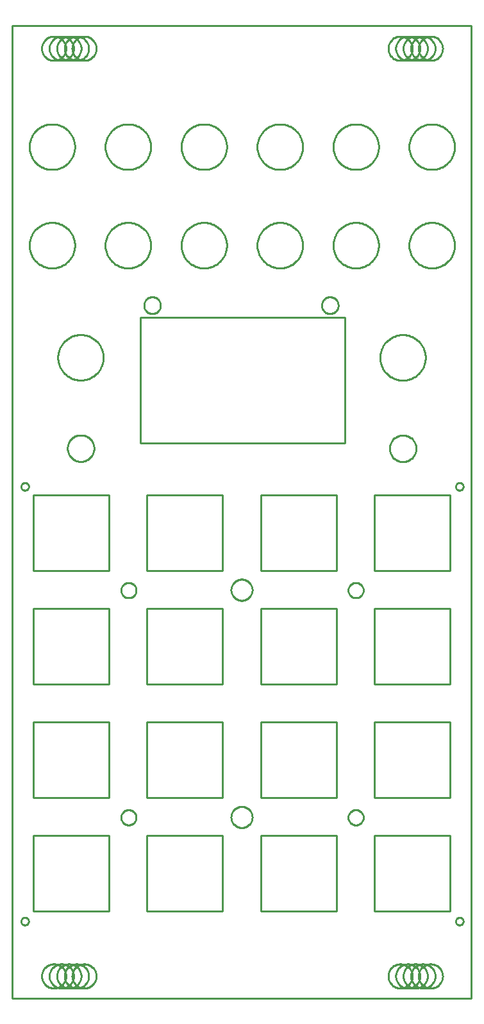
<source format=gbr>
G04 EAGLE Gerber RS-274X export*
G75*
%MOMM*%
%FSLAX34Y34*%
%LPD*%
%IN*%
%IPPOS*%
%AMOC8*
5,1,8,0,0,1.08239X$1,22.5*%
G01*
%ADD10C,0.254000*%


D10*
X300Y300D02*
X606300Y300D01*
X606300Y1285300D01*
X300Y1285300D01*
X300Y300D01*
X478000Y565500D02*
X578000Y565500D01*
X578000Y665500D01*
X478000Y665500D01*
X478000Y565500D01*
X328000Y565500D02*
X428000Y565500D01*
X428000Y665500D01*
X328000Y665500D01*
X328000Y565500D01*
X28000Y115500D02*
X128000Y115500D01*
X128000Y215500D01*
X28000Y215500D01*
X28000Y115500D01*
X169000Y734000D02*
X439000Y734000D01*
X439000Y900000D01*
X169000Y900000D01*
X169000Y734000D01*
X178000Y115500D02*
X278000Y115500D01*
X278000Y215500D01*
X178000Y215500D01*
X178000Y115500D01*
X328000Y115500D02*
X428000Y115500D01*
X428000Y215500D01*
X328000Y215500D01*
X328000Y115500D01*
X478000Y115500D02*
X578000Y115500D01*
X578000Y215500D01*
X478000Y215500D01*
X478000Y115500D01*
X28000Y265500D02*
X128000Y265500D01*
X128000Y365500D01*
X28000Y365500D01*
X28000Y265500D01*
X28000Y415500D02*
X128000Y415500D01*
X128000Y515500D01*
X28000Y515500D01*
X28000Y415500D01*
X28000Y565500D02*
X128000Y565500D01*
X128000Y665500D01*
X28000Y665500D01*
X28000Y565500D01*
X178000Y265500D02*
X278000Y265500D01*
X278000Y365500D01*
X178000Y365500D01*
X178000Y265500D01*
X328000Y265500D02*
X428000Y265500D01*
X428000Y365500D01*
X328000Y365500D01*
X328000Y265500D01*
X478000Y265500D02*
X578000Y265500D01*
X578000Y365500D01*
X478000Y365500D01*
X478000Y265500D01*
X178000Y415500D02*
X278000Y415500D01*
X278000Y515500D01*
X178000Y515500D01*
X178000Y415500D01*
X328000Y415500D02*
X428000Y415500D01*
X428000Y515500D01*
X328000Y515500D01*
X328000Y415500D01*
X478000Y415500D02*
X578000Y415500D01*
X578000Y515500D01*
X478000Y515500D01*
X478000Y415500D01*
X178000Y565500D02*
X278000Y565500D01*
X278000Y665500D01*
X178000Y665500D01*
X178000Y565500D01*
X82530Y1124314D02*
X82458Y1122842D01*
X82313Y1121377D01*
X82097Y1119920D01*
X81810Y1118475D01*
X81452Y1117046D01*
X81024Y1115637D01*
X80528Y1114250D01*
X79965Y1112889D01*
X79335Y1111558D01*
X78640Y1110259D01*
X77883Y1108995D01*
X77065Y1107771D01*
X76188Y1106588D01*
X75253Y1105449D01*
X74264Y1104358D01*
X73222Y1103316D01*
X72131Y1102327D01*
X70993Y1101392D01*
X69809Y1100515D01*
X68585Y1099697D01*
X67321Y1098940D01*
X66022Y1098245D01*
X64691Y1097615D01*
X63330Y1097052D01*
X61943Y1096556D01*
X60534Y1096128D01*
X59105Y1095770D01*
X57660Y1095483D01*
X56203Y1095267D01*
X54738Y1095122D01*
X53266Y1095050D01*
X51794Y1095050D01*
X50322Y1095122D01*
X48857Y1095267D01*
X47400Y1095483D01*
X45955Y1095770D01*
X44526Y1096128D01*
X43117Y1096556D01*
X41730Y1097052D01*
X40369Y1097615D01*
X39038Y1098245D01*
X37739Y1098940D01*
X36475Y1099697D01*
X35251Y1100515D01*
X34068Y1101392D01*
X32929Y1102327D01*
X31838Y1103316D01*
X30796Y1104358D01*
X29807Y1105449D01*
X28872Y1106588D01*
X27995Y1107771D01*
X27177Y1108995D01*
X26420Y1110259D01*
X25725Y1111558D01*
X25095Y1112889D01*
X24532Y1114250D01*
X24036Y1115637D01*
X23608Y1117046D01*
X23250Y1118475D01*
X22963Y1119920D01*
X22747Y1121377D01*
X22602Y1122842D01*
X22530Y1124314D01*
X22530Y1125786D01*
X22602Y1127258D01*
X22747Y1128723D01*
X22963Y1130180D01*
X23250Y1131625D01*
X23608Y1133054D01*
X24036Y1134463D01*
X24532Y1135850D01*
X25095Y1137211D01*
X25725Y1138542D01*
X26420Y1139841D01*
X27177Y1141105D01*
X27995Y1142329D01*
X28872Y1143513D01*
X29807Y1144651D01*
X30796Y1145742D01*
X31838Y1146784D01*
X32929Y1147773D01*
X34068Y1148708D01*
X35251Y1149585D01*
X36475Y1150403D01*
X37739Y1151160D01*
X39038Y1151855D01*
X40369Y1152485D01*
X41730Y1153048D01*
X43117Y1153544D01*
X44526Y1153972D01*
X45955Y1154330D01*
X47400Y1154617D01*
X48857Y1154833D01*
X50322Y1154978D01*
X51794Y1155050D01*
X53266Y1155050D01*
X54738Y1154978D01*
X56203Y1154833D01*
X57660Y1154617D01*
X59105Y1154330D01*
X60534Y1153972D01*
X61943Y1153544D01*
X63330Y1153048D01*
X64691Y1152485D01*
X66022Y1151855D01*
X67321Y1151160D01*
X68585Y1150403D01*
X69809Y1149585D01*
X70993Y1148708D01*
X72131Y1147773D01*
X73222Y1146784D01*
X74264Y1145742D01*
X75253Y1144651D01*
X76188Y1143513D01*
X77065Y1142329D01*
X77883Y1141105D01*
X78640Y1139841D01*
X79335Y1138542D01*
X79965Y1137211D01*
X80528Y1135850D01*
X81024Y1134463D01*
X81452Y1133054D01*
X81810Y1131625D01*
X82097Y1130180D01*
X82313Y1128723D01*
X82458Y1127258D01*
X82530Y1125786D01*
X82530Y1124314D01*
X182860Y1124314D02*
X182788Y1122842D01*
X182643Y1121377D01*
X182427Y1119920D01*
X182140Y1118475D01*
X181782Y1117046D01*
X181354Y1115637D01*
X180858Y1114250D01*
X180295Y1112889D01*
X179665Y1111558D01*
X178970Y1110259D01*
X178213Y1108995D01*
X177395Y1107771D01*
X176518Y1106588D01*
X175583Y1105449D01*
X174594Y1104358D01*
X173552Y1103316D01*
X172461Y1102327D01*
X171323Y1101392D01*
X170139Y1100515D01*
X168915Y1099697D01*
X167651Y1098940D01*
X166352Y1098245D01*
X165021Y1097615D01*
X163660Y1097052D01*
X162273Y1096556D01*
X160864Y1096128D01*
X159435Y1095770D01*
X157990Y1095483D01*
X156533Y1095267D01*
X155068Y1095122D01*
X153596Y1095050D01*
X152124Y1095050D01*
X150652Y1095122D01*
X149187Y1095267D01*
X147730Y1095483D01*
X146285Y1095770D01*
X144856Y1096128D01*
X143447Y1096556D01*
X142060Y1097052D01*
X140699Y1097615D01*
X139368Y1098245D01*
X138069Y1098940D01*
X136805Y1099697D01*
X135581Y1100515D01*
X134398Y1101392D01*
X133259Y1102327D01*
X132168Y1103316D01*
X131126Y1104358D01*
X130137Y1105449D01*
X129202Y1106588D01*
X128325Y1107771D01*
X127507Y1108995D01*
X126750Y1110259D01*
X126055Y1111558D01*
X125425Y1112889D01*
X124862Y1114250D01*
X124366Y1115637D01*
X123938Y1117046D01*
X123580Y1118475D01*
X123293Y1119920D01*
X123077Y1121377D01*
X122932Y1122842D01*
X122860Y1124314D01*
X122860Y1125786D01*
X122932Y1127258D01*
X123077Y1128723D01*
X123293Y1130180D01*
X123580Y1131625D01*
X123938Y1133054D01*
X124366Y1134463D01*
X124862Y1135850D01*
X125425Y1137211D01*
X126055Y1138542D01*
X126750Y1139841D01*
X127507Y1141105D01*
X128325Y1142329D01*
X129202Y1143513D01*
X130137Y1144651D01*
X131126Y1145742D01*
X132168Y1146784D01*
X133259Y1147773D01*
X134398Y1148708D01*
X135581Y1149585D01*
X136805Y1150403D01*
X138069Y1151160D01*
X139368Y1151855D01*
X140699Y1152485D01*
X142060Y1153048D01*
X143447Y1153544D01*
X144856Y1153972D01*
X146285Y1154330D01*
X147730Y1154617D01*
X149187Y1154833D01*
X150652Y1154978D01*
X152124Y1155050D01*
X153596Y1155050D01*
X155068Y1154978D01*
X156533Y1154833D01*
X157990Y1154617D01*
X159435Y1154330D01*
X160864Y1153972D01*
X162273Y1153544D01*
X163660Y1153048D01*
X165021Y1152485D01*
X166352Y1151855D01*
X167651Y1151160D01*
X168915Y1150403D01*
X170139Y1149585D01*
X171323Y1148708D01*
X172461Y1147773D01*
X173552Y1146784D01*
X174594Y1145742D01*
X175583Y1144651D01*
X176518Y1143513D01*
X177395Y1142329D01*
X178213Y1141105D01*
X178970Y1139841D01*
X179665Y1138542D01*
X180295Y1137211D01*
X180858Y1135850D01*
X181354Y1134463D01*
X181782Y1133054D01*
X182140Y1131625D01*
X182427Y1130180D01*
X182643Y1128723D01*
X182788Y1127258D01*
X182860Y1125786D01*
X182860Y1124314D01*
X82530Y994266D02*
X82458Y992794D01*
X82313Y991329D01*
X82097Y989872D01*
X81810Y988427D01*
X81452Y986998D01*
X81024Y985589D01*
X80528Y984202D01*
X79965Y982841D01*
X79335Y981510D01*
X78640Y980211D01*
X77883Y978947D01*
X77065Y977723D01*
X76188Y976540D01*
X75253Y975401D01*
X74264Y974310D01*
X73222Y973268D01*
X72131Y972279D01*
X70993Y971344D01*
X69809Y970467D01*
X68585Y969649D01*
X67321Y968892D01*
X66022Y968197D01*
X64691Y967567D01*
X63330Y967004D01*
X61943Y966508D01*
X60534Y966080D01*
X59105Y965722D01*
X57660Y965435D01*
X56203Y965219D01*
X54738Y965074D01*
X53266Y965002D01*
X51794Y965002D01*
X50322Y965074D01*
X48857Y965219D01*
X47400Y965435D01*
X45955Y965722D01*
X44526Y966080D01*
X43117Y966508D01*
X41730Y967004D01*
X40369Y967567D01*
X39038Y968197D01*
X37739Y968892D01*
X36475Y969649D01*
X35251Y970467D01*
X34068Y971344D01*
X32929Y972279D01*
X31838Y973268D01*
X30796Y974310D01*
X29807Y975401D01*
X28872Y976540D01*
X27995Y977723D01*
X27177Y978947D01*
X26420Y980211D01*
X25725Y981510D01*
X25095Y982841D01*
X24532Y984202D01*
X24036Y985589D01*
X23608Y986998D01*
X23250Y988427D01*
X22963Y989872D01*
X22747Y991329D01*
X22602Y992794D01*
X22530Y994266D01*
X22530Y995738D01*
X22602Y997210D01*
X22747Y998675D01*
X22963Y1000132D01*
X23250Y1001577D01*
X23608Y1003006D01*
X24036Y1004415D01*
X24532Y1005802D01*
X25095Y1007163D01*
X25725Y1008494D01*
X26420Y1009793D01*
X27177Y1011057D01*
X27995Y1012281D01*
X28872Y1013465D01*
X29807Y1014603D01*
X30796Y1015694D01*
X31838Y1016736D01*
X32929Y1017725D01*
X34068Y1018660D01*
X35251Y1019537D01*
X36475Y1020355D01*
X37739Y1021112D01*
X39038Y1021807D01*
X40369Y1022437D01*
X41730Y1023000D01*
X43117Y1023496D01*
X44526Y1023924D01*
X45955Y1024282D01*
X47400Y1024569D01*
X48857Y1024785D01*
X50322Y1024930D01*
X51794Y1025002D01*
X53266Y1025002D01*
X54738Y1024930D01*
X56203Y1024785D01*
X57660Y1024569D01*
X59105Y1024282D01*
X60534Y1023924D01*
X61943Y1023496D01*
X63330Y1023000D01*
X64691Y1022437D01*
X66022Y1021807D01*
X67321Y1021112D01*
X68585Y1020355D01*
X69809Y1019537D01*
X70993Y1018660D01*
X72131Y1017725D01*
X73222Y1016736D01*
X74264Y1015694D01*
X75253Y1014603D01*
X76188Y1013465D01*
X77065Y1012281D01*
X77883Y1011057D01*
X78640Y1009793D01*
X79335Y1008494D01*
X79965Y1007163D01*
X80528Y1005802D01*
X81024Y1004415D01*
X81452Y1003006D01*
X81810Y1001577D01*
X82097Y1000132D01*
X82313Y998675D01*
X82458Y997210D01*
X82530Y995738D01*
X82530Y994266D01*
X182860Y994266D02*
X182788Y992794D01*
X182643Y991329D01*
X182427Y989872D01*
X182140Y988427D01*
X181782Y986998D01*
X181354Y985589D01*
X180858Y984202D01*
X180295Y982841D01*
X179665Y981510D01*
X178970Y980211D01*
X178213Y978947D01*
X177395Y977723D01*
X176518Y976540D01*
X175583Y975401D01*
X174594Y974310D01*
X173552Y973268D01*
X172461Y972279D01*
X171323Y971344D01*
X170139Y970467D01*
X168915Y969649D01*
X167651Y968892D01*
X166352Y968197D01*
X165021Y967567D01*
X163660Y967004D01*
X162273Y966508D01*
X160864Y966080D01*
X159435Y965722D01*
X157990Y965435D01*
X156533Y965219D01*
X155068Y965074D01*
X153596Y965002D01*
X152124Y965002D01*
X150652Y965074D01*
X149187Y965219D01*
X147730Y965435D01*
X146285Y965722D01*
X144856Y966080D01*
X143447Y966508D01*
X142060Y967004D01*
X140699Y967567D01*
X139368Y968197D01*
X138069Y968892D01*
X136805Y969649D01*
X135581Y970467D01*
X134398Y971344D01*
X133259Y972279D01*
X132168Y973268D01*
X131126Y974310D01*
X130137Y975401D01*
X129202Y976540D01*
X128325Y977723D01*
X127507Y978947D01*
X126750Y980211D01*
X126055Y981510D01*
X125425Y982841D01*
X124862Y984202D01*
X124366Y985589D01*
X123938Y986998D01*
X123580Y988427D01*
X123293Y989872D01*
X123077Y991329D01*
X122932Y992794D01*
X122860Y994266D01*
X122860Y995738D01*
X122932Y997210D01*
X123077Y998675D01*
X123293Y1000132D01*
X123580Y1001577D01*
X123938Y1003006D01*
X124366Y1004415D01*
X124862Y1005802D01*
X125425Y1007163D01*
X126055Y1008494D01*
X126750Y1009793D01*
X127507Y1011057D01*
X128325Y1012281D01*
X129202Y1013465D01*
X130137Y1014603D01*
X131126Y1015694D01*
X132168Y1016736D01*
X133259Y1017725D01*
X134398Y1018660D01*
X135581Y1019537D01*
X136805Y1020355D01*
X138069Y1021112D01*
X139368Y1021807D01*
X140699Y1022437D01*
X142060Y1023000D01*
X143447Y1023496D01*
X144856Y1023924D01*
X146285Y1024282D01*
X147730Y1024569D01*
X149187Y1024785D01*
X150652Y1024930D01*
X152124Y1025002D01*
X153596Y1025002D01*
X155068Y1024930D01*
X156533Y1024785D01*
X157990Y1024569D01*
X159435Y1024282D01*
X160864Y1023924D01*
X162273Y1023496D01*
X163660Y1023000D01*
X165021Y1022437D01*
X166352Y1021807D01*
X167651Y1021112D01*
X168915Y1020355D01*
X170139Y1019537D01*
X171323Y1018660D01*
X172461Y1017725D01*
X173552Y1016736D01*
X174594Y1015694D01*
X175583Y1014603D01*
X176518Y1013465D01*
X177395Y1012281D01*
X178213Y1011057D01*
X178970Y1009793D01*
X179665Y1008494D01*
X180295Y1007163D01*
X180858Y1005802D01*
X181354Y1004415D01*
X181782Y1003006D01*
X182140Y1001577D01*
X182427Y1000132D01*
X182643Y998675D01*
X182788Y997210D01*
X182860Y995738D01*
X182860Y994266D01*
X283190Y1124314D02*
X283118Y1122842D01*
X282973Y1121377D01*
X282757Y1119920D01*
X282470Y1118475D01*
X282112Y1117046D01*
X281684Y1115637D01*
X281188Y1114250D01*
X280625Y1112889D01*
X279995Y1111558D01*
X279300Y1110259D01*
X278543Y1108995D01*
X277725Y1107771D01*
X276848Y1106588D01*
X275913Y1105449D01*
X274924Y1104358D01*
X273882Y1103316D01*
X272791Y1102327D01*
X271653Y1101392D01*
X270469Y1100515D01*
X269245Y1099697D01*
X267981Y1098940D01*
X266682Y1098245D01*
X265351Y1097615D01*
X263990Y1097052D01*
X262603Y1096556D01*
X261194Y1096128D01*
X259765Y1095770D01*
X258320Y1095483D01*
X256863Y1095267D01*
X255398Y1095122D01*
X253926Y1095050D01*
X252454Y1095050D01*
X250982Y1095122D01*
X249517Y1095267D01*
X248060Y1095483D01*
X246615Y1095770D01*
X245186Y1096128D01*
X243777Y1096556D01*
X242390Y1097052D01*
X241029Y1097615D01*
X239698Y1098245D01*
X238399Y1098940D01*
X237135Y1099697D01*
X235911Y1100515D01*
X234728Y1101392D01*
X233589Y1102327D01*
X232498Y1103316D01*
X231456Y1104358D01*
X230467Y1105449D01*
X229532Y1106588D01*
X228655Y1107771D01*
X227837Y1108995D01*
X227080Y1110259D01*
X226385Y1111558D01*
X225755Y1112889D01*
X225192Y1114250D01*
X224696Y1115637D01*
X224268Y1117046D01*
X223910Y1118475D01*
X223623Y1119920D01*
X223407Y1121377D01*
X223262Y1122842D01*
X223190Y1124314D01*
X223190Y1125786D01*
X223262Y1127258D01*
X223407Y1128723D01*
X223623Y1130180D01*
X223910Y1131625D01*
X224268Y1133054D01*
X224696Y1134463D01*
X225192Y1135850D01*
X225755Y1137211D01*
X226385Y1138542D01*
X227080Y1139841D01*
X227837Y1141105D01*
X228655Y1142329D01*
X229532Y1143513D01*
X230467Y1144651D01*
X231456Y1145742D01*
X232498Y1146784D01*
X233589Y1147773D01*
X234728Y1148708D01*
X235911Y1149585D01*
X237135Y1150403D01*
X238399Y1151160D01*
X239698Y1151855D01*
X241029Y1152485D01*
X242390Y1153048D01*
X243777Y1153544D01*
X245186Y1153972D01*
X246615Y1154330D01*
X248060Y1154617D01*
X249517Y1154833D01*
X250982Y1154978D01*
X252454Y1155050D01*
X253926Y1155050D01*
X255398Y1154978D01*
X256863Y1154833D01*
X258320Y1154617D01*
X259765Y1154330D01*
X261194Y1153972D01*
X262603Y1153544D01*
X263990Y1153048D01*
X265351Y1152485D01*
X266682Y1151855D01*
X267981Y1151160D01*
X269245Y1150403D01*
X270469Y1149585D01*
X271653Y1148708D01*
X272791Y1147773D01*
X273882Y1146784D01*
X274924Y1145742D01*
X275913Y1144651D01*
X276848Y1143513D01*
X277725Y1142329D01*
X278543Y1141105D01*
X279300Y1139841D01*
X279995Y1138542D01*
X280625Y1137211D01*
X281188Y1135850D01*
X281684Y1134463D01*
X282112Y1133054D01*
X282470Y1131625D01*
X282757Y1130180D01*
X282973Y1128723D01*
X283118Y1127258D01*
X283190Y1125786D01*
X283190Y1124314D01*
X283190Y994266D02*
X283118Y992794D01*
X282973Y991329D01*
X282757Y989872D01*
X282470Y988427D01*
X282112Y986998D01*
X281684Y985589D01*
X281188Y984202D01*
X280625Y982841D01*
X279995Y981510D01*
X279300Y980211D01*
X278543Y978947D01*
X277725Y977723D01*
X276848Y976540D01*
X275913Y975401D01*
X274924Y974310D01*
X273882Y973268D01*
X272791Y972279D01*
X271653Y971344D01*
X270469Y970467D01*
X269245Y969649D01*
X267981Y968892D01*
X266682Y968197D01*
X265351Y967567D01*
X263990Y967004D01*
X262603Y966508D01*
X261194Y966080D01*
X259765Y965722D01*
X258320Y965435D01*
X256863Y965219D01*
X255398Y965074D01*
X253926Y965002D01*
X252454Y965002D01*
X250982Y965074D01*
X249517Y965219D01*
X248060Y965435D01*
X246615Y965722D01*
X245186Y966080D01*
X243777Y966508D01*
X242390Y967004D01*
X241029Y967567D01*
X239698Y968197D01*
X238399Y968892D01*
X237135Y969649D01*
X235911Y970467D01*
X234728Y971344D01*
X233589Y972279D01*
X232498Y973268D01*
X231456Y974310D01*
X230467Y975401D01*
X229532Y976540D01*
X228655Y977723D01*
X227837Y978947D01*
X227080Y980211D01*
X226385Y981510D01*
X225755Y982841D01*
X225192Y984202D01*
X224696Y985589D01*
X224268Y986998D01*
X223910Y988427D01*
X223623Y989872D01*
X223407Y991329D01*
X223262Y992794D01*
X223190Y994266D01*
X223190Y995738D01*
X223262Y997210D01*
X223407Y998675D01*
X223623Y1000132D01*
X223910Y1001577D01*
X224268Y1003006D01*
X224696Y1004415D01*
X225192Y1005802D01*
X225755Y1007163D01*
X226385Y1008494D01*
X227080Y1009793D01*
X227837Y1011057D01*
X228655Y1012281D01*
X229532Y1013465D01*
X230467Y1014603D01*
X231456Y1015694D01*
X232498Y1016736D01*
X233589Y1017725D01*
X234728Y1018660D01*
X235911Y1019537D01*
X237135Y1020355D01*
X238399Y1021112D01*
X239698Y1021807D01*
X241029Y1022437D01*
X242390Y1023000D01*
X243777Y1023496D01*
X245186Y1023924D01*
X246615Y1024282D01*
X248060Y1024569D01*
X249517Y1024785D01*
X250982Y1024930D01*
X252454Y1025002D01*
X253926Y1025002D01*
X255398Y1024930D01*
X256863Y1024785D01*
X258320Y1024569D01*
X259765Y1024282D01*
X261194Y1023924D01*
X262603Y1023496D01*
X263990Y1023000D01*
X265351Y1022437D01*
X266682Y1021807D01*
X267981Y1021112D01*
X269245Y1020355D01*
X270469Y1019537D01*
X271653Y1018660D01*
X272791Y1017725D01*
X273882Y1016736D01*
X274924Y1015694D01*
X275913Y1014603D01*
X276848Y1013465D01*
X277725Y1012281D01*
X278543Y1011057D01*
X279300Y1009793D01*
X279995Y1008494D01*
X280625Y1007163D01*
X281188Y1005802D01*
X281684Y1004415D01*
X282112Y1003006D01*
X282470Y1001577D01*
X282757Y1000132D01*
X282973Y998675D01*
X283118Y997210D01*
X283190Y995738D01*
X283190Y994266D01*
X383520Y994266D02*
X383448Y992794D01*
X383303Y991329D01*
X383087Y989872D01*
X382800Y988427D01*
X382442Y986998D01*
X382014Y985589D01*
X381518Y984202D01*
X380955Y982841D01*
X380325Y981510D01*
X379630Y980211D01*
X378873Y978947D01*
X378055Y977723D01*
X377178Y976540D01*
X376243Y975401D01*
X375254Y974310D01*
X374212Y973268D01*
X373121Y972279D01*
X371983Y971344D01*
X370799Y970467D01*
X369575Y969649D01*
X368311Y968892D01*
X367012Y968197D01*
X365681Y967567D01*
X364320Y967004D01*
X362933Y966508D01*
X361524Y966080D01*
X360095Y965722D01*
X358650Y965435D01*
X357193Y965219D01*
X355728Y965074D01*
X354256Y965002D01*
X352784Y965002D01*
X351312Y965074D01*
X349847Y965219D01*
X348390Y965435D01*
X346945Y965722D01*
X345516Y966080D01*
X344107Y966508D01*
X342720Y967004D01*
X341359Y967567D01*
X340028Y968197D01*
X338729Y968892D01*
X337465Y969649D01*
X336241Y970467D01*
X335058Y971344D01*
X333919Y972279D01*
X332828Y973268D01*
X331786Y974310D01*
X330797Y975401D01*
X329862Y976540D01*
X328985Y977723D01*
X328167Y978947D01*
X327410Y980211D01*
X326715Y981510D01*
X326085Y982841D01*
X325522Y984202D01*
X325026Y985589D01*
X324598Y986998D01*
X324240Y988427D01*
X323953Y989872D01*
X323737Y991329D01*
X323592Y992794D01*
X323520Y994266D01*
X323520Y995738D01*
X323592Y997210D01*
X323737Y998675D01*
X323953Y1000132D01*
X324240Y1001577D01*
X324598Y1003006D01*
X325026Y1004415D01*
X325522Y1005802D01*
X326085Y1007163D01*
X326715Y1008494D01*
X327410Y1009793D01*
X328167Y1011057D01*
X328985Y1012281D01*
X329862Y1013465D01*
X330797Y1014603D01*
X331786Y1015694D01*
X332828Y1016736D01*
X333919Y1017725D01*
X335058Y1018660D01*
X336241Y1019537D01*
X337465Y1020355D01*
X338729Y1021112D01*
X340028Y1021807D01*
X341359Y1022437D01*
X342720Y1023000D01*
X344107Y1023496D01*
X345516Y1023924D01*
X346945Y1024282D01*
X348390Y1024569D01*
X349847Y1024785D01*
X351312Y1024930D01*
X352784Y1025002D01*
X354256Y1025002D01*
X355728Y1024930D01*
X357193Y1024785D01*
X358650Y1024569D01*
X360095Y1024282D01*
X361524Y1023924D01*
X362933Y1023496D01*
X364320Y1023000D01*
X365681Y1022437D01*
X367012Y1021807D01*
X368311Y1021112D01*
X369575Y1020355D01*
X370799Y1019537D01*
X371983Y1018660D01*
X373121Y1017725D01*
X374212Y1016736D01*
X375254Y1015694D01*
X376243Y1014603D01*
X377178Y1013465D01*
X378055Y1012281D01*
X378873Y1011057D01*
X379630Y1009793D01*
X380325Y1008494D01*
X380955Y1007163D01*
X381518Y1005802D01*
X382014Y1004415D01*
X382442Y1003006D01*
X382800Y1001577D01*
X383087Y1000132D01*
X383303Y998675D01*
X383448Y997210D01*
X383520Y995738D01*
X383520Y994266D01*
X383520Y1124314D02*
X383448Y1122842D01*
X383303Y1121377D01*
X383087Y1119920D01*
X382800Y1118475D01*
X382442Y1117046D01*
X382014Y1115637D01*
X381518Y1114250D01*
X380955Y1112889D01*
X380325Y1111558D01*
X379630Y1110259D01*
X378873Y1108995D01*
X378055Y1107771D01*
X377178Y1106588D01*
X376243Y1105449D01*
X375254Y1104358D01*
X374212Y1103316D01*
X373121Y1102327D01*
X371983Y1101392D01*
X370799Y1100515D01*
X369575Y1099697D01*
X368311Y1098940D01*
X367012Y1098245D01*
X365681Y1097615D01*
X364320Y1097052D01*
X362933Y1096556D01*
X361524Y1096128D01*
X360095Y1095770D01*
X358650Y1095483D01*
X357193Y1095267D01*
X355728Y1095122D01*
X354256Y1095050D01*
X352784Y1095050D01*
X351312Y1095122D01*
X349847Y1095267D01*
X348390Y1095483D01*
X346945Y1095770D01*
X345516Y1096128D01*
X344107Y1096556D01*
X342720Y1097052D01*
X341359Y1097615D01*
X340028Y1098245D01*
X338729Y1098940D01*
X337465Y1099697D01*
X336241Y1100515D01*
X335058Y1101392D01*
X333919Y1102327D01*
X332828Y1103316D01*
X331786Y1104358D01*
X330797Y1105449D01*
X329862Y1106588D01*
X328985Y1107771D01*
X328167Y1108995D01*
X327410Y1110259D01*
X326715Y1111558D01*
X326085Y1112889D01*
X325522Y1114250D01*
X325026Y1115637D01*
X324598Y1117046D01*
X324240Y1118475D01*
X323953Y1119920D01*
X323737Y1121377D01*
X323592Y1122842D01*
X323520Y1124314D01*
X323520Y1125786D01*
X323592Y1127258D01*
X323737Y1128723D01*
X323953Y1130180D01*
X324240Y1131625D01*
X324598Y1133054D01*
X325026Y1134463D01*
X325522Y1135850D01*
X326085Y1137211D01*
X326715Y1138542D01*
X327410Y1139841D01*
X328167Y1141105D01*
X328985Y1142329D01*
X329862Y1143513D01*
X330797Y1144651D01*
X331786Y1145742D01*
X332828Y1146784D01*
X333919Y1147773D01*
X335058Y1148708D01*
X336241Y1149585D01*
X337465Y1150403D01*
X338729Y1151160D01*
X340028Y1151855D01*
X341359Y1152485D01*
X342720Y1153048D01*
X344107Y1153544D01*
X345516Y1153972D01*
X346945Y1154330D01*
X348390Y1154617D01*
X349847Y1154833D01*
X351312Y1154978D01*
X352784Y1155050D01*
X354256Y1155050D01*
X355728Y1154978D01*
X357193Y1154833D01*
X358650Y1154617D01*
X360095Y1154330D01*
X361524Y1153972D01*
X362933Y1153544D01*
X364320Y1153048D01*
X365681Y1152485D01*
X367012Y1151855D01*
X368311Y1151160D01*
X369575Y1150403D01*
X370799Y1149585D01*
X371983Y1148708D01*
X373121Y1147773D01*
X374212Y1146784D01*
X375254Y1145742D01*
X376243Y1144651D01*
X377178Y1143513D01*
X378055Y1142329D01*
X378873Y1141105D01*
X379630Y1139841D01*
X380325Y1138542D01*
X380955Y1137211D01*
X381518Y1135850D01*
X382014Y1134463D01*
X382442Y1133054D01*
X382800Y1131625D01*
X383087Y1130180D01*
X383303Y1128723D01*
X383448Y1127258D01*
X383520Y1125786D01*
X383520Y1124314D01*
X483850Y1124314D02*
X483778Y1122842D01*
X483633Y1121377D01*
X483417Y1119920D01*
X483130Y1118475D01*
X482772Y1117046D01*
X482344Y1115637D01*
X481848Y1114250D01*
X481285Y1112889D01*
X480655Y1111558D01*
X479960Y1110259D01*
X479203Y1108995D01*
X478385Y1107771D01*
X477508Y1106588D01*
X476573Y1105449D01*
X475584Y1104358D01*
X474542Y1103316D01*
X473451Y1102327D01*
X472313Y1101392D01*
X471129Y1100515D01*
X469905Y1099697D01*
X468641Y1098940D01*
X467342Y1098245D01*
X466011Y1097615D01*
X464650Y1097052D01*
X463263Y1096556D01*
X461854Y1096128D01*
X460425Y1095770D01*
X458980Y1095483D01*
X457523Y1095267D01*
X456058Y1095122D01*
X454586Y1095050D01*
X453114Y1095050D01*
X451642Y1095122D01*
X450177Y1095267D01*
X448720Y1095483D01*
X447275Y1095770D01*
X445846Y1096128D01*
X444437Y1096556D01*
X443050Y1097052D01*
X441689Y1097615D01*
X440358Y1098245D01*
X439059Y1098940D01*
X437795Y1099697D01*
X436571Y1100515D01*
X435388Y1101392D01*
X434249Y1102327D01*
X433158Y1103316D01*
X432116Y1104358D01*
X431127Y1105449D01*
X430192Y1106588D01*
X429315Y1107771D01*
X428497Y1108995D01*
X427740Y1110259D01*
X427045Y1111558D01*
X426415Y1112889D01*
X425852Y1114250D01*
X425356Y1115637D01*
X424928Y1117046D01*
X424570Y1118475D01*
X424283Y1119920D01*
X424067Y1121377D01*
X423922Y1122842D01*
X423850Y1124314D01*
X423850Y1125786D01*
X423922Y1127258D01*
X424067Y1128723D01*
X424283Y1130180D01*
X424570Y1131625D01*
X424928Y1133054D01*
X425356Y1134463D01*
X425852Y1135850D01*
X426415Y1137211D01*
X427045Y1138542D01*
X427740Y1139841D01*
X428497Y1141105D01*
X429315Y1142329D01*
X430192Y1143513D01*
X431127Y1144651D01*
X432116Y1145742D01*
X433158Y1146784D01*
X434249Y1147773D01*
X435388Y1148708D01*
X436571Y1149585D01*
X437795Y1150403D01*
X439059Y1151160D01*
X440358Y1151855D01*
X441689Y1152485D01*
X443050Y1153048D01*
X444437Y1153544D01*
X445846Y1153972D01*
X447275Y1154330D01*
X448720Y1154617D01*
X450177Y1154833D01*
X451642Y1154978D01*
X453114Y1155050D01*
X454586Y1155050D01*
X456058Y1154978D01*
X457523Y1154833D01*
X458980Y1154617D01*
X460425Y1154330D01*
X461854Y1153972D01*
X463263Y1153544D01*
X464650Y1153048D01*
X466011Y1152485D01*
X467342Y1151855D01*
X468641Y1151160D01*
X469905Y1150403D01*
X471129Y1149585D01*
X472313Y1148708D01*
X473451Y1147773D01*
X474542Y1146784D01*
X475584Y1145742D01*
X476573Y1144651D01*
X477508Y1143513D01*
X478385Y1142329D01*
X479203Y1141105D01*
X479960Y1139841D01*
X480655Y1138542D01*
X481285Y1137211D01*
X481848Y1135850D01*
X482344Y1134463D01*
X482772Y1133054D01*
X483130Y1131625D01*
X483417Y1130180D01*
X483633Y1128723D01*
X483778Y1127258D01*
X483850Y1125786D01*
X483850Y1124314D01*
X483850Y994266D02*
X483778Y992794D01*
X483633Y991329D01*
X483417Y989872D01*
X483130Y988427D01*
X482772Y986998D01*
X482344Y985589D01*
X481848Y984202D01*
X481285Y982841D01*
X480655Y981510D01*
X479960Y980211D01*
X479203Y978947D01*
X478385Y977723D01*
X477508Y976540D01*
X476573Y975401D01*
X475584Y974310D01*
X474542Y973268D01*
X473451Y972279D01*
X472313Y971344D01*
X471129Y970467D01*
X469905Y969649D01*
X468641Y968892D01*
X467342Y968197D01*
X466011Y967567D01*
X464650Y967004D01*
X463263Y966508D01*
X461854Y966080D01*
X460425Y965722D01*
X458980Y965435D01*
X457523Y965219D01*
X456058Y965074D01*
X454586Y965002D01*
X453114Y965002D01*
X451642Y965074D01*
X450177Y965219D01*
X448720Y965435D01*
X447275Y965722D01*
X445846Y966080D01*
X444437Y966508D01*
X443050Y967004D01*
X441689Y967567D01*
X440358Y968197D01*
X439059Y968892D01*
X437795Y969649D01*
X436571Y970467D01*
X435388Y971344D01*
X434249Y972279D01*
X433158Y973268D01*
X432116Y974310D01*
X431127Y975401D01*
X430192Y976540D01*
X429315Y977723D01*
X428497Y978947D01*
X427740Y980211D01*
X427045Y981510D01*
X426415Y982841D01*
X425852Y984202D01*
X425356Y985589D01*
X424928Y986998D01*
X424570Y988427D01*
X424283Y989872D01*
X424067Y991329D01*
X423922Y992794D01*
X423850Y994266D01*
X423850Y995738D01*
X423922Y997210D01*
X424067Y998675D01*
X424283Y1000132D01*
X424570Y1001577D01*
X424928Y1003006D01*
X425356Y1004415D01*
X425852Y1005802D01*
X426415Y1007163D01*
X427045Y1008494D01*
X427740Y1009793D01*
X428497Y1011057D01*
X429315Y1012281D01*
X430192Y1013465D01*
X431127Y1014603D01*
X432116Y1015694D01*
X433158Y1016736D01*
X434249Y1017725D01*
X435388Y1018660D01*
X436571Y1019537D01*
X437795Y1020355D01*
X439059Y1021112D01*
X440358Y1021807D01*
X441689Y1022437D01*
X443050Y1023000D01*
X444437Y1023496D01*
X445846Y1023924D01*
X447275Y1024282D01*
X448720Y1024569D01*
X450177Y1024785D01*
X451642Y1024930D01*
X453114Y1025002D01*
X454586Y1025002D01*
X456058Y1024930D01*
X457523Y1024785D01*
X458980Y1024569D01*
X460425Y1024282D01*
X461854Y1023924D01*
X463263Y1023496D01*
X464650Y1023000D01*
X466011Y1022437D01*
X467342Y1021807D01*
X468641Y1021112D01*
X469905Y1020355D01*
X471129Y1019537D01*
X472313Y1018660D01*
X473451Y1017725D01*
X474542Y1016736D01*
X475584Y1015694D01*
X476573Y1014603D01*
X477508Y1013465D01*
X478385Y1012281D01*
X479203Y1011057D01*
X479960Y1009793D01*
X480655Y1008494D01*
X481285Y1007163D01*
X481848Y1005802D01*
X482344Y1004415D01*
X482772Y1003006D01*
X483130Y1001577D01*
X483417Y1000132D01*
X483633Y998675D01*
X483778Y997210D01*
X483850Y995738D01*
X483850Y994266D01*
X584180Y994266D02*
X584108Y992794D01*
X583963Y991329D01*
X583747Y989872D01*
X583460Y988427D01*
X583102Y986998D01*
X582674Y985589D01*
X582178Y984202D01*
X581615Y982841D01*
X580985Y981510D01*
X580290Y980211D01*
X579533Y978947D01*
X578715Y977723D01*
X577838Y976540D01*
X576903Y975401D01*
X575914Y974310D01*
X574872Y973268D01*
X573781Y972279D01*
X572643Y971344D01*
X571459Y970467D01*
X570235Y969649D01*
X568971Y968892D01*
X567672Y968197D01*
X566341Y967567D01*
X564980Y967004D01*
X563593Y966508D01*
X562184Y966080D01*
X560755Y965722D01*
X559310Y965435D01*
X557853Y965219D01*
X556388Y965074D01*
X554916Y965002D01*
X553444Y965002D01*
X551972Y965074D01*
X550507Y965219D01*
X549050Y965435D01*
X547605Y965722D01*
X546176Y966080D01*
X544767Y966508D01*
X543380Y967004D01*
X542019Y967567D01*
X540688Y968197D01*
X539389Y968892D01*
X538125Y969649D01*
X536901Y970467D01*
X535718Y971344D01*
X534579Y972279D01*
X533488Y973268D01*
X532446Y974310D01*
X531457Y975401D01*
X530522Y976540D01*
X529645Y977723D01*
X528827Y978947D01*
X528070Y980211D01*
X527375Y981510D01*
X526745Y982841D01*
X526182Y984202D01*
X525686Y985589D01*
X525258Y986998D01*
X524900Y988427D01*
X524613Y989872D01*
X524397Y991329D01*
X524252Y992794D01*
X524180Y994266D01*
X524180Y995738D01*
X524252Y997210D01*
X524397Y998675D01*
X524613Y1000132D01*
X524900Y1001577D01*
X525258Y1003006D01*
X525686Y1004415D01*
X526182Y1005802D01*
X526745Y1007163D01*
X527375Y1008494D01*
X528070Y1009793D01*
X528827Y1011057D01*
X529645Y1012281D01*
X530522Y1013465D01*
X531457Y1014603D01*
X532446Y1015694D01*
X533488Y1016736D01*
X534579Y1017725D01*
X535718Y1018660D01*
X536901Y1019537D01*
X538125Y1020355D01*
X539389Y1021112D01*
X540688Y1021807D01*
X542019Y1022437D01*
X543380Y1023000D01*
X544767Y1023496D01*
X546176Y1023924D01*
X547605Y1024282D01*
X549050Y1024569D01*
X550507Y1024785D01*
X551972Y1024930D01*
X553444Y1025002D01*
X554916Y1025002D01*
X556388Y1024930D01*
X557853Y1024785D01*
X559310Y1024569D01*
X560755Y1024282D01*
X562184Y1023924D01*
X563593Y1023496D01*
X564980Y1023000D01*
X566341Y1022437D01*
X567672Y1021807D01*
X568971Y1021112D01*
X570235Y1020355D01*
X571459Y1019537D01*
X572643Y1018660D01*
X573781Y1017725D01*
X574872Y1016736D01*
X575914Y1015694D01*
X576903Y1014603D01*
X577838Y1013465D01*
X578715Y1012281D01*
X579533Y1011057D01*
X580290Y1009793D01*
X580985Y1008494D01*
X581615Y1007163D01*
X582178Y1005802D01*
X582674Y1004415D01*
X583102Y1003006D01*
X583460Y1001577D01*
X583747Y1000132D01*
X583963Y998675D01*
X584108Y997210D01*
X584180Y995738D01*
X584180Y994266D01*
X584180Y1124314D02*
X584108Y1122842D01*
X583963Y1121377D01*
X583747Y1119920D01*
X583460Y1118475D01*
X583102Y1117046D01*
X582674Y1115637D01*
X582178Y1114250D01*
X581615Y1112889D01*
X580985Y1111558D01*
X580290Y1110259D01*
X579533Y1108995D01*
X578715Y1107771D01*
X577838Y1106588D01*
X576903Y1105449D01*
X575914Y1104358D01*
X574872Y1103316D01*
X573781Y1102327D01*
X572643Y1101392D01*
X571459Y1100515D01*
X570235Y1099697D01*
X568971Y1098940D01*
X567672Y1098245D01*
X566341Y1097615D01*
X564980Y1097052D01*
X563593Y1096556D01*
X562184Y1096128D01*
X560755Y1095770D01*
X559310Y1095483D01*
X557853Y1095267D01*
X556388Y1095122D01*
X554916Y1095050D01*
X553444Y1095050D01*
X551972Y1095122D01*
X550507Y1095267D01*
X549050Y1095483D01*
X547605Y1095770D01*
X546176Y1096128D01*
X544767Y1096556D01*
X543380Y1097052D01*
X542019Y1097615D01*
X540688Y1098245D01*
X539389Y1098940D01*
X538125Y1099697D01*
X536901Y1100515D01*
X535718Y1101392D01*
X534579Y1102327D01*
X533488Y1103316D01*
X532446Y1104358D01*
X531457Y1105449D01*
X530522Y1106588D01*
X529645Y1107771D01*
X528827Y1108995D01*
X528070Y1110259D01*
X527375Y1111558D01*
X526745Y1112889D01*
X526182Y1114250D01*
X525686Y1115637D01*
X525258Y1117046D01*
X524900Y1118475D01*
X524613Y1119920D01*
X524397Y1121377D01*
X524252Y1122842D01*
X524180Y1124314D01*
X524180Y1125786D01*
X524252Y1127258D01*
X524397Y1128723D01*
X524613Y1130180D01*
X524900Y1131625D01*
X525258Y1133054D01*
X525686Y1134463D01*
X526182Y1135850D01*
X526745Y1137211D01*
X527375Y1138542D01*
X528070Y1139841D01*
X528827Y1141105D01*
X529645Y1142329D01*
X530522Y1143513D01*
X531457Y1144651D01*
X532446Y1145742D01*
X533488Y1146784D01*
X534579Y1147773D01*
X535718Y1148708D01*
X536901Y1149585D01*
X538125Y1150403D01*
X539389Y1151160D01*
X540688Y1151855D01*
X542019Y1152485D01*
X543380Y1153048D01*
X544767Y1153544D01*
X546176Y1153972D01*
X547605Y1154330D01*
X549050Y1154617D01*
X550507Y1154833D01*
X551972Y1154978D01*
X553444Y1155050D01*
X554916Y1155050D01*
X556388Y1154978D01*
X557853Y1154833D01*
X559310Y1154617D01*
X560755Y1154330D01*
X562184Y1153972D01*
X563593Y1153544D01*
X564980Y1153048D01*
X566341Y1152485D01*
X567672Y1151855D01*
X568971Y1151160D01*
X570235Y1150403D01*
X571459Y1149585D01*
X572643Y1148708D01*
X573781Y1147773D01*
X574872Y1146784D01*
X575914Y1145742D01*
X576903Y1144651D01*
X577838Y1143513D01*
X578715Y1142329D01*
X579533Y1141105D01*
X580290Y1139841D01*
X580985Y1138542D01*
X581615Y1137211D01*
X582178Y1135850D01*
X582674Y1134463D01*
X583102Y1133054D01*
X583460Y1131625D01*
X583747Y1130180D01*
X583963Y1128723D01*
X584108Y1127258D01*
X584180Y1125786D01*
X584180Y1124314D01*
X195900Y915368D02*
X195832Y914506D01*
X195697Y913652D01*
X195495Y912812D01*
X195228Y911990D01*
X194897Y911191D01*
X194505Y910421D01*
X194053Y909684D01*
X193545Y908985D01*
X192984Y908327D01*
X192373Y907716D01*
X191715Y907155D01*
X191016Y906647D01*
X190279Y906195D01*
X189509Y905803D01*
X188710Y905472D01*
X187888Y905205D01*
X187048Y905003D01*
X186194Y904868D01*
X185332Y904800D01*
X184468Y904800D01*
X183606Y904868D01*
X182752Y905003D01*
X181912Y905205D01*
X181090Y905472D01*
X180291Y905803D01*
X179521Y906195D01*
X178784Y906647D01*
X178085Y907155D01*
X177427Y907716D01*
X176816Y908327D01*
X176255Y908985D01*
X175747Y909684D01*
X175295Y910421D01*
X174903Y911191D01*
X174572Y911990D01*
X174305Y912812D01*
X174103Y913652D01*
X173968Y914506D01*
X173900Y915368D01*
X173900Y916232D01*
X173968Y917094D01*
X174103Y917948D01*
X174305Y918788D01*
X174572Y919610D01*
X174903Y920409D01*
X175295Y921179D01*
X175747Y921916D01*
X176255Y922615D01*
X176816Y923273D01*
X177427Y923884D01*
X178085Y924445D01*
X178784Y924953D01*
X179521Y925405D01*
X180291Y925797D01*
X181090Y926128D01*
X181912Y926395D01*
X182752Y926597D01*
X183606Y926732D01*
X184468Y926800D01*
X185332Y926800D01*
X186194Y926732D01*
X187048Y926597D01*
X187888Y926395D01*
X188710Y926128D01*
X189509Y925797D01*
X190279Y925405D01*
X191016Y924953D01*
X191715Y924445D01*
X192373Y923884D01*
X192984Y923273D01*
X193545Y922615D01*
X194053Y921916D01*
X194505Y921179D01*
X194897Y920409D01*
X195228Y919610D01*
X195495Y918788D01*
X195697Y917948D01*
X195832Y917094D01*
X195900Y916232D01*
X195900Y915368D01*
X430600Y915368D02*
X430532Y914506D01*
X430397Y913652D01*
X430195Y912812D01*
X429928Y911990D01*
X429597Y911191D01*
X429205Y910421D01*
X428753Y909684D01*
X428245Y908985D01*
X427684Y908327D01*
X427073Y907716D01*
X426415Y907155D01*
X425716Y906647D01*
X424979Y906195D01*
X424209Y905803D01*
X423410Y905472D01*
X422588Y905205D01*
X421748Y905003D01*
X420894Y904868D01*
X420032Y904800D01*
X419168Y904800D01*
X418306Y904868D01*
X417452Y905003D01*
X416612Y905205D01*
X415790Y905472D01*
X414991Y905803D01*
X414221Y906195D01*
X413484Y906647D01*
X412785Y907155D01*
X412127Y907716D01*
X411516Y908327D01*
X410955Y908985D01*
X410447Y909684D01*
X409995Y910421D01*
X409603Y911191D01*
X409272Y911990D01*
X409005Y912812D01*
X408803Y913652D01*
X408668Y914506D01*
X408600Y915368D01*
X408600Y916232D01*
X408668Y917094D01*
X408803Y917948D01*
X409005Y918788D01*
X409272Y919610D01*
X409603Y920409D01*
X409995Y921179D01*
X410447Y921916D01*
X410955Y922615D01*
X411516Y923273D01*
X412127Y923884D01*
X412785Y924445D01*
X413484Y924953D01*
X414221Y925405D01*
X414991Y925797D01*
X415790Y926128D01*
X416612Y926395D01*
X417452Y926597D01*
X418306Y926732D01*
X419168Y926800D01*
X420032Y926800D01*
X420894Y926732D01*
X421748Y926597D01*
X422588Y926395D01*
X423410Y926128D01*
X424209Y925797D01*
X424979Y925405D01*
X425716Y924953D01*
X426415Y924445D01*
X427073Y923884D01*
X427684Y923273D01*
X428245Y922615D01*
X428753Y921916D01*
X429205Y921179D01*
X429597Y920409D01*
X429928Y919610D01*
X430195Y918788D01*
X430397Y917948D01*
X430532Y917094D01*
X430600Y916232D01*
X430600Y915368D01*
X120350Y846184D02*
X120278Y844712D01*
X120133Y843247D01*
X119917Y841790D01*
X119630Y840345D01*
X119272Y838916D01*
X118844Y837507D01*
X118348Y836120D01*
X117785Y834759D01*
X117155Y833428D01*
X116460Y832129D01*
X115703Y830865D01*
X114885Y829641D01*
X114008Y828458D01*
X113073Y827319D01*
X112084Y826228D01*
X111042Y825186D01*
X109951Y824197D01*
X108813Y823262D01*
X107629Y822385D01*
X106405Y821567D01*
X105141Y820810D01*
X103842Y820115D01*
X102511Y819485D01*
X101150Y818922D01*
X99763Y818426D01*
X98354Y817998D01*
X96925Y817640D01*
X95480Y817353D01*
X94023Y817137D01*
X92558Y816992D01*
X91086Y816920D01*
X89614Y816920D01*
X88142Y816992D01*
X86677Y817137D01*
X85220Y817353D01*
X83775Y817640D01*
X82346Y817998D01*
X80937Y818426D01*
X79550Y818922D01*
X78189Y819485D01*
X76858Y820115D01*
X75559Y820810D01*
X74295Y821567D01*
X73071Y822385D01*
X71888Y823262D01*
X70749Y824197D01*
X69658Y825186D01*
X68616Y826228D01*
X67627Y827319D01*
X66692Y828458D01*
X65815Y829641D01*
X64997Y830865D01*
X64240Y832129D01*
X63545Y833428D01*
X62915Y834759D01*
X62352Y836120D01*
X61856Y837507D01*
X61428Y838916D01*
X61070Y840345D01*
X60783Y841790D01*
X60567Y843247D01*
X60422Y844712D01*
X60350Y846184D01*
X60350Y847656D01*
X60422Y849128D01*
X60567Y850593D01*
X60783Y852050D01*
X61070Y853495D01*
X61428Y854924D01*
X61856Y856333D01*
X62352Y857720D01*
X62915Y859081D01*
X63545Y860412D01*
X64240Y861711D01*
X64997Y862975D01*
X65815Y864199D01*
X66692Y865383D01*
X67627Y866521D01*
X68616Y867612D01*
X69658Y868654D01*
X70749Y869643D01*
X71888Y870578D01*
X73071Y871455D01*
X74295Y872273D01*
X75559Y873030D01*
X76858Y873725D01*
X78189Y874355D01*
X79550Y874918D01*
X80937Y875414D01*
X82346Y875842D01*
X83775Y876200D01*
X85220Y876487D01*
X86677Y876703D01*
X88142Y876848D01*
X89614Y876920D01*
X91086Y876920D01*
X92558Y876848D01*
X94023Y876703D01*
X95480Y876487D01*
X96925Y876200D01*
X98354Y875842D01*
X99763Y875414D01*
X101150Y874918D01*
X102511Y874355D01*
X103842Y873725D01*
X105141Y873030D01*
X106405Y872273D01*
X107629Y871455D01*
X108813Y870578D01*
X109951Y869643D01*
X111042Y868654D01*
X112084Y867612D01*
X113073Y866521D01*
X114008Y865383D01*
X114885Y864199D01*
X115703Y862975D01*
X116460Y861711D01*
X117155Y860412D01*
X117785Y859081D01*
X118348Y857720D01*
X118844Y856333D01*
X119272Y854924D01*
X119630Y853495D01*
X119917Y852050D01*
X120133Y850593D01*
X120278Y849128D01*
X120350Y847656D01*
X120350Y846184D01*
X545780Y846084D02*
X545708Y844612D01*
X545563Y843147D01*
X545347Y841690D01*
X545060Y840245D01*
X544702Y838816D01*
X544274Y837407D01*
X543778Y836020D01*
X543215Y834659D01*
X542585Y833328D01*
X541890Y832029D01*
X541133Y830765D01*
X540315Y829541D01*
X539438Y828358D01*
X538503Y827219D01*
X537514Y826128D01*
X536472Y825086D01*
X535381Y824097D01*
X534243Y823162D01*
X533059Y822285D01*
X531835Y821467D01*
X530571Y820710D01*
X529272Y820015D01*
X527941Y819385D01*
X526580Y818822D01*
X525193Y818326D01*
X523784Y817898D01*
X522355Y817540D01*
X520910Y817253D01*
X519453Y817037D01*
X517988Y816892D01*
X516516Y816820D01*
X515044Y816820D01*
X513572Y816892D01*
X512107Y817037D01*
X510650Y817253D01*
X509205Y817540D01*
X507776Y817898D01*
X506367Y818326D01*
X504980Y818822D01*
X503619Y819385D01*
X502288Y820015D01*
X500989Y820710D01*
X499725Y821467D01*
X498501Y822285D01*
X497318Y823162D01*
X496179Y824097D01*
X495088Y825086D01*
X494046Y826128D01*
X493057Y827219D01*
X492122Y828358D01*
X491245Y829541D01*
X490427Y830765D01*
X489670Y832029D01*
X488975Y833328D01*
X488345Y834659D01*
X487782Y836020D01*
X487286Y837407D01*
X486858Y838816D01*
X486500Y840245D01*
X486213Y841690D01*
X485997Y843147D01*
X485852Y844612D01*
X485780Y846084D01*
X485780Y847556D01*
X485852Y849028D01*
X485997Y850493D01*
X486213Y851950D01*
X486500Y853395D01*
X486858Y854824D01*
X487286Y856233D01*
X487782Y857620D01*
X488345Y858981D01*
X488975Y860312D01*
X489670Y861611D01*
X490427Y862875D01*
X491245Y864099D01*
X492122Y865283D01*
X493057Y866421D01*
X494046Y867512D01*
X495088Y868554D01*
X496179Y869543D01*
X497318Y870478D01*
X498501Y871355D01*
X499725Y872173D01*
X500989Y872930D01*
X502288Y873625D01*
X503619Y874255D01*
X504980Y874818D01*
X506367Y875314D01*
X507776Y875742D01*
X509205Y876100D01*
X510650Y876387D01*
X512107Y876603D01*
X513572Y876748D01*
X515044Y876820D01*
X516516Y876820D01*
X517988Y876748D01*
X519453Y876603D01*
X520910Y876387D01*
X522355Y876100D01*
X523784Y875742D01*
X525193Y875314D01*
X526580Y874818D01*
X527941Y874255D01*
X529272Y873625D01*
X530571Y872930D01*
X531835Y872173D01*
X533059Y871355D01*
X534243Y870478D01*
X535381Y869543D01*
X536472Y868554D01*
X537514Y867512D01*
X538503Y866421D01*
X539438Y865283D01*
X540315Y864099D01*
X541133Y862875D01*
X541890Y861611D01*
X542585Y860312D01*
X543215Y858981D01*
X543778Y857620D01*
X544274Y856233D01*
X544702Y854824D01*
X545060Y853395D01*
X545347Y851950D01*
X545563Y850493D01*
X545708Y849028D01*
X545780Y847556D01*
X545780Y846084D01*
X533380Y726197D02*
X533305Y725054D01*
X533156Y723918D01*
X532932Y722794D01*
X532635Y721687D01*
X532267Y720602D01*
X531829Y719544D01*
X531322Y718516D01*
X530749Y717524D01*
X530112Y716571D01*
X529415Y715662D01*
X528659Y714801D01*
X527849Y713991D01*
X526988Y713235D01*
X526079Y712538D01*
X525126Y711901D01*
X524134Y711328D01*
X523106Y710821D01*
X522048Y710383D01*
X520963Y710015D01*
X519856Y709718D01*
X518732Y709495D01*
X517596Y709345D01*
X516453Y709270D01*
X515307Y709270D01*
X514164Y709345D01*
X513028Y709495D01*
X511904Y709718D01*
X510797Y710015D01*
X509712Y710383D01*
X508654Y710821D01*
X507626Y711328D01*
X506634Y711901D01*
X505681Y712538D01*
X504772Y713235D01*
X503911Y713991D01*
X503101Y714801D01*
X502345Y715662D01*
X501648Y716571D01*
X501011Y717524D01*
X500438Y718516D01*
X499931Y719544D01*
X499493Y720602D01*
X499125Y721687D01*
X498828Y722794D01*
X498605Y723918D01*
X498455Y725054D01*
X498380Y726197D01*
X498380Y727343D01*
X498455Y728486D01*
X498605Y729622D01*
X498828Y730746D01*
X499125Y731853D01*
X499493Y732938D01*
X499931Y733996D01*
X500438Y735024D01*
X501011Y736016D01*
X501648Y736969D01*
X502345Y737878D01*
X503101Y738739D01*
X503911Y739549D01*
X504772Y740305D01*
X505681Y741002D01*
X506634Y741639D01*
X507626Y742212D01*
X508654Y742719D01*
X509712Y743157D01*
X510797Y743525D01*
X511904Y743822D01*
X513028Y744046D01*
X514164Y744195D01*
X515307Y744270D01*
X516453Y744270D01*
X517596Y744195D01*
X518732Y744046D01*
X519856Y743822D01*
X520963Y743525D01*
X522048Y743157D01*
X523106Y742719D01*
X524134Y742212D01*
X525126Y741639D01*
X526079Y741002D01*
X526988Y740305D01*
X527849Y739549D01*
X528659Y738739D01*
X529415Y737878D01*
X530112Y736969D01*
X530749Y736016D01*
X531322Y735024D01*
X531829Y733996D01*
X532267Y732938D01*
X532635Y731853D01*
X532932Y730746D01*
X533156Y729622D01*
X533305Y728486D01*
X533380Y727343D01*
X533380Y726197D01*
X107950Y726397D02*
X107875Y725254D01*
X107726Y724118D01*
X107502Y722994D01*
X107205Y721887D01*
X106837Y720802D01*
X106399Y719744D01*
X105892Y718716D01*
X105319Y717724D01*
X104682Y716771D01*
X103985Y715862D01*
X103229Y715001D01*
X102419Y714191D01*
X101558Y713435D01*
X100649Y712738D01*
X99696Y712101D01*
X98704Y711528D01*
X97676Y711021D01*
X96618Y710583D01*
X95533Y710215D01*
X94426Y709918D01*
X93302Y709695D01*
X92166Y709545D01*
X91023Y709470D01*
X89877Y709470D01*
X88734Y709545D01*
X87598Y709695D01*
X86474Y709918D01*
X85367Y710215D01*
X84282Y710583D01*
X83224Y711021D01*
X82196Y711528D01*
X81204Y712101D01*
X80251Y712738D01*
X79342Y713435D01*
X78481Y714191D01*
X77671Y715001D01*
X76915Y715862D01*
X76218Y716771D01*
X75581Y717724D01*
X75008Y718716D01*
X74501Y719744D01*
X74063Y720802D01*
X73695Y721887D01*
X73398Y722994D01*
X73175Y724118D01*
X73025Y725254D01*
X72950Y726397D01*
X72950Y727543D01*
X73025Y728686D01*
X73175Y729822D01*
X73398Y730946D01*
X73695Y732053D01*
X74063Y733138D01*
X74501Y734196D01*
X75008Y735224D01*
X75581Y736216D01*
X76218Y737169D01*
X76915Y738078D01*
X77671Y738939D01*
X78481Y739749D01*
X79342Y740505D01*
X80251Y741202D01*
X81204Y741839D01*
X82196Y742412D01*
X83224Y742919D01*
X84282Y743357D01*
X85367Y743725D01*
X86474Y744022D01*
X87598Y744246D01*
X88734Y744395D01*
X89877Y744470D01*
X91023Y744470D01*
X92166Y744395D01*
X93302Y744246D01*
X94426Y744022D01*
X95533Y743725D01*
X96618Y743357D01*
X97676Y742919D01*
X98704Y742412D01*
X99696Y741839D01*
X100649Y741202D01*
X101558Y740505D01*
X102419Y739749D01*
X103229Y738939D01*
X103985Y738078D01*
X104682Y737169D01*
X105319Y736216D01*
X105892Y735224D01*
X106399Y734196D01*
X106837Y733138D01*
X107205Y732053D01*
X107502Y730946D01*
X107726Y729822D01*
X107875Y728686D01*
X107950Y727543D01*
X107950Y726397D01*
X163700Y539063D02*
X163624Y538194D01*
X163472Y537334D01*
X163246Y536490D01*
X162948Y535670D01*
X162579Y534878D01*
X162142Y534122D01*
X161641Y533407D01*
X161080Y532738D01*
X160462Y532120D01*
X159793Y531559D01*
X159078Y531058D01*
X158322Y530621D01*
X157530Y530252D01*
X156710Y529954D01*
X155866Y529728D01*
X155007Y529576D01*
X154137Y529500D01*
X153263Y529500D01*
X152394Y529576D01*
X151534Y529728D01*
X150690Y529954D01*
X149870Y530252D01*
X149078Y530621D01*
X148322Y531058D01*
X147607Y531559D01*
X146938Y532120D01*
X146320Y532738D01*
X145759Y533407D01*
X145258Y534122D01*
X144821Y534878D01*
X144452Y535670D01*
X144154Y536490D01*
X143928Y537334D01*
X143776Y538194D01*
X143700Y539063D01*
X143700Y539937D01*
X143776Y540807D01*
X143928Y541666D01*
X144154Y542510D01*
X144452Y543330D01*
X144821Y544122D01*
X145258Y544878D01*
X145759Y545593D01*
X146320Y546262D01*
X146938Y546880D01*
X147607Y547441D01*
X148322Y547942D01*
X149078Y548379D01*
X149870Y548748D01*
X150690Y549046D01*
X151534Y549272D01*
X152394Y549424D01*
X153263Y549500D01*
X154137Y549500D01*
X155007Y549424D01*
X155866Y549272D01*
X156710Y549046D01*
X157530Y548748D01*
X158322Y548379D01*
X159078Y547942D01*
X159793Y547441D01*
X160462Y546880D01*
X161080Y546262D01*
X161641Y545593D01*
X162142Y544878D01*
X162579Y544122D01*
X162948Y543330D01*
X163246Y542510D01*
X163472Y541666D01*
X163624Y540807D01*
X163700Y539937D01*
X163700Y539063D01*
X463700Y539063D02*
X463624Y538194D01*
X463472Y537334D01*
X463246Y536490D01*
X462948Y535670D01*
X462579Y534878D01*
X462142Y534122D01*
X461641Y533407D01*
X461080Y532738D01*
X460462Y532120D01*
X459793Y531559D01*
X459078Y531058D01*
X458322Y530621D01*
X457530Y530252D01*
X456710Y529954D01*
X455866Y529728D01*
X455007Y529576D01*
X454137Y529500D01*
X453263Y529500D01*
X452394Y529576D01*
X451534Y529728D01*
X450690Y529954D01*
X449870Y530252D01*
X449078Y530621D01*
X448322Y531058D01*
X447607Y531559D01*
X446938Y532120D01*
X446320Y532738D01*
X445759Y533407D01*
X445258Y534122D01*
X444821Y534878D01*
X444452Y535670D01*
X444154Y536490D01*
X443928Y537334D01*
X443776Y538194D01*
X443700Y539063D01*
X443700Y539937D01*
X443776Y540807D01*
X443928Y541666D01*
X444154Y542510D01*
X444452Y543330D01*
X444821Y544122D01*
X445258Y544878D01*
X445759Y545593D01*
X446320Y546262D01*
X446938Y546880D01*
X447607Y547441D01*
X448322Y547942D01*
X449078Y548379D01*
X449870Y548748D01*
X450690Y549046D01*
X451534Y549272D01*
X452394Y549424D01*
X453263Y549500D01*
X454137Y549500D01*
X455007Y549424D01*
X455866Y549272D01*
X456710Y549046D01*
X457530Y548748D01*
X458322Y548379D01*
X459078Y547942D01*
X459793Y547441D01*
X460462Y546880D01*
X461080Y546262D01*
X461641Y545593D01*
X462142Y544878D01*
X462579Y544122D01*
X462948Y543330D01*
X463246Y542510D01*
X463472Y541666D01*
X463624Y540807D01*
X463700Y539937D01*
X463700Y539063D01*
X463700Y239063D02*
X463624Y238194D01*
X463472Y237334D01*
X463246Y236490D01*
X462948Y235670D01*
X462579Y234878D01*
X462142Y234122D01*
X461641Y233407D01*
X461080Y232738D01*
X460462Y232120D01*
X459793Y231559D01*
X459078Y231058D01*
X458322Y230621D01*
X457530Y230252D01*
X456710Y229954D01*
X455866Y229728D01*
X455007Y229576D01*
X454137Y229500D01*
X453263Y229500D01*
X452394Y229576D01*
X451534Y229728D01*
X450690Y229954D01*
X449870Y230252D01*
X449078Y230621D01*
X448322Y231058D01*
X447607Y231559D01*
X446938Y232120D01*
X446320Y232738D01*
X445759Y233407D01*
X445258Y234122D01*
X444821Y234878D01*
X444452Y235670D01*
X444154Y236490D01*
X443928Y237334D01*
X443776Y238194D01*
X443700Y239063D01*
X443700Y239937D01*
X443776Y240807D01*
X443928Y241666D01*
X444154Y242510D01*
X444452Y243330D01*
X444821Y244122D01*
X445258Y244878D01*
X445759Y245593D01*
X446320Y246262D01*
X446938Y246880D01*
X447607Y247441D01*
X448322Y247942D01*
X449078Y248379D01*
X449870Y248748D01*
X450690Y249046D01*
X451534Y249272D01*
X452394Y249424D01*
X453263Y249500D01*
X454137Y249500D01*
X455007Y249424D01*
X455866Y249272D01*
X456710Y249046D01*
X457530Y248748D01*
X458322Y248379D01*
X459078Y247942D01*
X459793Y247441D01*
X460462Y246880D01*
X461080Y246262D01*
X461641Y245593D01*
X462142Y244878D01*
X462579Y244122D01*
X462948Y243330D01*
X463246Y242510D01*
X463472Y241666D01*
X463624Y240807D01*
X463700Y239937D01*
X463700Y239063D01*
X163700Y239063D02*
X163624Y238194D01*
X163472Y237334D01*
X163246Y236490D01*
X162948Y235670D01*
X162579Y234878D01*
X162142Y234122D01*
X161641Y233407D01*
X161080Y232738D01*
X160462Y232120D01*
X159793Y231559D01*
X159078Y231058D01*
X158322Y230621D01*
X157530Y230252D01*
X156710Y229954D01*
X155866Y229728D01*
X155007Y229576D01*
X154137Y229500D01*
X153263Y229500D01*
X152394Y229576D01*
X151534Y229728D01*
X150690Y229954D01*
X149870Y230252D01*
X149078Y230621D01*
X148322Y231058D01*
X147607Y231559D01*
X146938Y232120D01*
X146320Y232738D01*
X145759Y233407D01*
X145258Y234122D01*
X144821Y234878D01*
X144452Y235670D01*
X144154Y236490D01*
X143928Y237334D01*
X143776Y238194D01*
X143700Y239063D01*
X143700Y239937D01*
X143776Y240807D01*
X143928Y241666D01*
X144154Y242510D01*
X144452Y243330D01*
X144821Y244122D01*
X145258Y244878D01*
X145759Y245593D01*
X146320Y246262D01*
X146938Y246880D01*
X147607Y247441D01*
X148322Y247942D01*
X149078Y248379D01*
X149870Y248748D01*
X150690Y249046D01*
X151534Y249272D01*
X152394Y249424D01*
X153263Y249500D01*
X154137Y249500D01*
X155007Y249424D01*
X155866Y249272D01*
X156710Y249046D01*
X157530Y248748D01*
X158322Y248379D01*
X159078Y247942D01*
X159793Y247441D01*
X160462Y246880D01*
X161080Y246262D01*
X161641Y245593D01*
X162142Y244878D01*
X162579Y244122D01*
X162948Y243330D01*
X163246Y242510D01*
X163472Y241666D01*
X163624Y240807D01*
X163700Y239937D01*
X163700Y239063D01*
X21600Y102219D02*
X21537Y101661D01*
X21412Y101114D01*
X21227Y100584D01*
X20983Y100078D01*
X20684Y99602D01*
X20334Y99163D01*
X19937Y98766D01*
X19498Y98416D01*
X19022Y98117D01*
X18516Y97873D01*
X17986Y97688D01*
X17439Y97563D01*
X16881Y97500D01*
X16319Y97500D01*
X15761Y97563D01*
X15214Y97688D01*
X14684Y97873D01*
X14178Y98117D01*
X13702Y98416D01*
X13263Y98766D01*
X12866Y99163D01*
X12516Y99602D01*
X12217Y100078D01*
X11973Y100584D01*
X11788Y101114D01*
X11663Y101661D01*
X11600Y102219D01*
X11600Y102781D01*
X11663Y103339D01*
X11788Y103886D01*
X11973Y104416D01*
X12217Y104922D01*
X12516Y105398D01*
X12866Y105837D01*
X13263Y106234D01*
X13702Y106584D01*
X14178Y106883D01*
X14684Y107127D01*
X15214Y107312D01*
X15761Y107437D01*
X16319Y107500D01*
X16881Y107500D01*
X17439Y107437D01*
X17986Y107312D01*
X18516Y107127D01*
X19022Y106883D01*
X19498Y106584D01*
X19937Y106234D01*
X20334Y105837D01*
X20684Y105398D01*
X20983Y104922D01*
X21227Y104416D01*
X21412Y103886D01*
X21537Y103339D01*
X21600Y102781D01*
X21600Y102219D01*
X595700Y102219D02*
X595637Y101661D01*
X595512Y101114D01*
X595327Y100584D01*
X595083Y100078D01*
X594784Y99602D01*
X594434Y99163D01*
X594037Y98766D01*
X593598Y98416D01*
X593122Y98117D01*
X592616Y97873D01*
X592086Y97688D01*
X591539Y97563D01*
X590981Y97500D01*
X590419Y97500D01*
X589861Y97563D01*
X589314Y97688D01*
X588784Y97873D01*
X588278Y98117D01*
X587802Y98416D01*
X587363Y98766D01*
X586966Y99163D01*
X586616Y99602D01*
X586317Y100078D01*
X586073Y100584D01*
X585888Y101114D01*
X585763Y101661D01*
X585700Y102219D01*
X585700Y102781D01*
X585763Y103339D01*
X585888Y103886D01*
X586073Y104416D01*
X586317Y104922D01*
X586616Y105398D01*
X586966Y105837D01*
X587363Y106234D01*
X587802Y106584D01*
X588278Y106883D01*
X588784Y107127D01*
X589314Y107312D01*
X589861Y107437D01*
X590419Y107500D01*
X590981Y107500D01*
X591539Y107437D01*
X592086Y107312D01*
X592616Y107127D01*
X593122Y106883D01*
X593598Y106584D01*
X594037Y106234D01*
X594434Y105837D01*
X594784Y105398D01*
X595083Y104922D01*
X595327Y104416D01*
X595512Y103886D01*
X595637Y103339D01*
X595700Y102781D01*
X595700Y102219D01*
X595600Y676219D02*
X595537Y675661D01*
X595412Y675114D01*
X595227Y674584D01*
X594983Y674078D01*
X594684Y673602D01*
X594334Y673163D01*
X593937Y672766D01*
X593498Y672416D01*
X593022Y672117D01*
X592516Y671873D01*
X591986Y671688D01*
X591439Y671563D01*
X590881Y671500D01*
X590319Y671500D01*
X589761Y671563D01*
X589214Y671688D01*
X588684Y671873D01*
X588178Y672117D01*
X587702Y672416D01*
X587263Y672766D01*
X586866Y673163D01*
X586516Y673602D01*
X586217Y674078D01*
X585973Y674584D01*
X585788Y675114D01*
X585663Y675661D01*
X585600Y676219D01*
X585600Y676781D01*
X585663Y677339D01*
X585788Y677886D01*
X585973Y678416D01*
X586217Y678922D01*
X586516Y679398D01*
X586866Y679837D01*
X587263Y680234D01*
X587702Y680584D01*
X588178Y680883D01*
X588684Y681127D01*
X589214Y681312D01*
X589761Y681437D01*
X590319Y681500D01*
X590881Y681500D01*
X591439Y681437D01*
X591986Y681312D01*
X592516Y681127D01*
X593022Y680883D01*
X593498Y680584D01*
X593937Y680234D01*
X594334Y679837D01*
X594684Y679398D01*
X594983Y678922D01*
X595227Y678416D01*
X595412Y677886D01*
X595537Y677339D01*
X595600Y676781D01*
X595600Y676219D01*
X21700Y676219D02*
X21637Y675661D01*
X21512Y675114D01*
X21327Y674584D01*
X21083Y674078D01*
X20784Y673602D01*
X20434Y673163D01*
X20037Y672766D01*
X19598Y672416D01*
X19122Y672117D01*
X18616Y671873D01*
X18086Y671688D01*
X17539Y671563D01*
X16981Y671500D01*
X16419Y671500D01*
X15861Y671563D01*
X15314Y671688D01*
X14784Y671873D01*
X14278Y672117D01*
X13802Y672416D01*
X13363Y672766D01*
X12966Y673163D01*
X12616Y673602D01*
X12317Y674078D01*
X12073Y674584D01*
X11888Y675114D01*
X11763Y675661D01*
X11700Y676219D01*
X11700Y676781D01*
X11763Y677339D01*
X11888Y677886D01*
X12073Y678416D01*
X12317Y678922D01*
X12616Y679398D01*
X12966Y679837D01*
X13363Y680234D01*
X13802Y680584D01*
X14278Y680883D01*
X14784Y681127D01*
X15314Y681312D01*
X15861Y681437D01*
X16419Y681500D01*
X16981Y681500D01*
X17539Y681437D01*
X18086Y681312D01*
X18616Y681127D01*
X19122Y680883D01*
X19598Y680584D01*
X20037Y680234D01*
X20434Y679837D01*
X20784Y679398D01*
X21083Y678922D01*
X21327Y678416D01*
X21512Y677886D01*
X21637Y677339D01*
X21700Y676781D01*
X21700Y676219D01*
X91000Y29476D02*
X90932Y28431D01*
X90795Y27392D01*
X90590Y26365D01*
X90319Y25353D01*
X89983Y24361D01*
X89582Y23393D01*
X89118Y22454D01*
X88595Y21546D01*
X88013Y20675D01*
X87375Y19844D01*
X86684Y19057D01*
X85943Y18316D01*
X85156Y17625D01*
X84325Y16988D01*
X83454Y16406D01*
X82546Y15882D01*
X81607Y15418D01*
X80639Y15017D01*
X79647Y14681D01*
X78635Y14410D01*
X77608Y14205D01*
X76569Y14069D01*
X75524Y14000D01*
X74476Y14000D01*
X73431Y14069D01*
X72392Y14205D01*
X71365Y14410D01*
X70353Y14681D01*
X69361Y15017D01*
X68393Y15418D01*
X67454Y15882D01*
X66546Y16406D01*
X65675Y16988D01*
X64844Y17625D01*
X64057Y18316D01*
X63316Y19057D01*
X62625Y19844D01*
X61988Y20675D01*
X61406Y21546D01*
X60882Y22454D01*
X60418Y23393D01*
X60017Y24361D01*
X59681Y25353D01*
X59410Y26365D01*
X59205Y27392D01*
X59069Y28431D01*
X59000Y29476D01*
X59000Y30524D01*
X59069Y31569D01*
X59205Y32608D01*
X59410Y33635D01*
X59681Y34647D01*
X60017Y35639D01*
X60418Y36607D01*
X60882Y37546D01*
X61406Y38454D01*
X61988Y39325D01*
X62625Y40156D01*
X63316Y40943D01*
X64057Y41684D01*
X64844Y42375D01*
X65675Y43013D01*
X66546Y43595D01*
X67454Y44118D01*
X68393Y44582D01*
X69361Y44983D01*
X70353Y45319D01*
X71365Y45590D01*
X72392Y45795D01*
X73431Y45932D01*
X74476Y46000D01*
X75524Y46000D01*
X76569Y45932D01*
X77608Y45795D01*
X78635Y45590D01*
X79647Y45319D01*
X80639Y44983D01*
X81607Y44582D01*
X82546Y44118D01*
X83454Y43595D01*
X84325Y43013D01*
X85156Y42375D01*
X85943Y41684D01*
X86684Y40943D01*
X87375Y40156D01*
X88013Y39325D01*
X88595Y38454D01*
X89118Y37546D01*
X89582Y36607D01*
X89983Y35639D01*
X90319Y34647D01*
X90590Y33635D01*
X90795Y32608D01*
X90932Y31569D01*
X91000Y30524D01*
X91000Y29476D01*
X91000Y1254476D02*
X90932Y1253431D01*
X90795Y1252392D01*
X90590Y1251365D01*
X90319Y1250353D01*
X89983Y1249361D01*
X89582Y1248393D01*
X89118Y1247454D01*
X88595Y1246546D01*
X88013Y1245675D01*
X87375Y1244844D01*
X86684Y1244057D01*
X85943Y1243316D01*
X85156Y1242625D01*
X84325Y1241988D01*
X83454Y1241406D01*
X82546Y1240882D01*
X81607Y1240418D01*
X80639Y1240017D01*
X79647Y1239681D01*
X78635Y1239410D01*
X77608Y1239205D01*
X76569Y1239069D01*
X75524Y1239000D01*
X74476Y1239000D01*
X73431Y1239069D01*
X72392Y1239205D01*
X71365Y1239410D01*
X70353Y1239681D01*
X69361Y1240017D01*
X68393Y1240418D01*
X67454Y1240882D01*
X66546Y1241406D01*
X65675Y1241988D01*
X64844Y1242625D01*
X64057Y1243316D01*
X63316Y1244057D01*
X62625Y1244844D01*
X61988Y1245675D01*
X61406Y1246546D01*
X60882Y1247454D01*
X60418Y1248393D01*
X60017Y1249361D01*
X59681Y1250353D01*
X59410Y1251365D01*
X59205Y1252392D01*
X59069Y1253431D01*
X59000Y1254476D01*
X59000Y1255524D01*
X59069Y1256569D01*
X59205Y1257608D01*
X59410Y1258635D01*
X59681Y1259647D01*
X60017Y1260639D01*
X60418Y1261607D01*
X60882Y1262546D01*
X61406Y1263454D01*
X61988Y1264325D01*
X62625Y1265156D01*
X63316Y1265943D01*
X64057Y1266684D01*
X64844Y1267375D01*
X65675Y1268013D01*
X66546Y1268595D01*
X67454Y1269118D01*
X68393Y1269582D01*
X69361Y1269983D01*
X70353Y1270319D01*
X71365Y1270590D01*
X72392Y1270795D01*
X73431Y1270932D01*
X74476Y1271000D01*
X75524Y1271000D01*
X76569Y1270932D01*
X77608Y1270795D01*
X78635Y1270590D01*
X79647Y1270319D01*
X80639Y1269983D01*
X81607Y1269582D01*
X82546Y1269118D01*
X83454Y1268595D01*
X84325Y1268013D01*
X85156Y1267375D01*
X85943Y1266684D01*
X86684Y1265943D01*
X87375Y1265156D01*
X88013Y1264325D01*
X88595Y1263454D01*
X89118Y1262546D01*
X89582Y1261607D01*
X89983Y1260639D01*
X90319Y1259647D01*
X90590Y1258635D01*
X90795Y1257608D01*
X90932Y1256569D01*
X91000Y1255524D01*
X91000Y1254476D01*
X548500Y1254476D02*
X548432Y1253431D01*
X548295Y1252392D01*
X548090Y1251365D01*
X547819Y1250353D01*
X547483Y1249361D01*
X547082Y1248393D01*
X546618Y1247454D01*
X546095Y1246546D01*
X545513Y1245675D01*
X544875Y1244844D01*
X544184Y1244057D01*
X543443Y1243316D01*
X542656Y1242625D01*
X541825Y1241988D01*
X540954Y1241406D01*
X540046Y1240882D01*
X539107Y1240418D01*
X538139Y1240017D01*
X537147Y1239681D01*
X536135Y1239410D01*
X535108Y1239205D01*
X534069Y1239069D01*
X533024Y1239000D01*
X531976Y1239000D01*
X530931Y1239069D01*
X529892Y1239205D01*
X528865Y1239410D01*
X527853Y1239681D01*
X526861Y1240017D01*
X525893Y1240418D01*
X524954Y1240882D01*
X524046Y1241406D01*
X523175Y1241988D01*
X522344Y1242625D01*
X521557Y1243316D01*
X520816Y1244057D01*
X520125Y1244844D01*
X519488Y1245675D01*
X518906Y1246546D01*
X518382Y1247454D01*
X517918Y1248393D01*
X517517Y1249361D01*
X517181Y1250353D01*
X516910Y1251365D01*
X516705Y1252392D01*
X516569Y1253431D01*
X516500Y1254476D01*
X516500Y1255524D01*
X516569Y1256569D01*
X516705Y1257608D01*
X516910Y1258635D01*
X517181Y1259647D01*
X517517Y1260639D01*
X517918Y1261607D01*
X518382Y1262546D01*
X518906Y1263454D01*
X519488Y1264325D01*
X520125Y1265156D01*
X520816Y1265943D01*
X521557Y1266684D01*
X522344Y1267375D01*
X523175Y1268013D01*
X524046Y1268595D01*
X524954Y1269118D01*
X525893Y1269582D01*
X526861Y1269983D01*
X527853Y1270319D01*
X528865Y1270590D01*
X529892Y1270795D01*
X530931Y1270932D01*
X531976Y1271000D01*
X533024Y1271000D01*
X534069Y1270932D01*
X535108Y1270795D01*
X536135Y1270590D01*
X537147Y1270319D01*
X538139Y1269983D01*
X539107Y1269582D01*
X540046Y1269118D01*
X540954Y1268595D01*
X541825Y1268013D01*
X542656Y1267375D01*
X543443Y1266684D01*
X544184Y1265943D01*
X544875Y1265156D01*
X545513Y1264325D01*
X546095Y1263454D01*
X546618Y1262546D01*
X547082Y1261607D01*
X547483Y1260639D01*
X547819Y1259647D01*
X548090Y1258635D01*
X548295Y1257608D01*
X548432Y1256569D01*
X548500Y1255524D01*
X548500Y1254476D01*
X81000Y1254476D02*
X80932Y1253431D01*
X80795Y1252392D01*
X80590Y1251365D01*
X80319Y1250353D01*
X79983Y1249361D01*
X79582Y1248393D01*
X79118Y1247454D01*
X78595Y1246546D01*
X78013Y1245675D01*
X77375Y1244844D01*
X76684Y1244057D01*
X75943Y1243316D01*
X75156Y1242625D01*
X74325Y1241988D01*
X73454Y1241406D01*
X72546Y1240882D01*
X71607Y1240418D01*
X70639Y1240017D01*
X69647Y1239681D01*
X68635Y1239410D01*
X67608Y1239205D01*
X66569Y1239069D01*
X65524Y1239000D01*
X64476Y1239000D01*
X63431Y1239069D01*
X62392Y1239205D01*
X61365Y1239410D01*
X60353Y1239681D01*
X59361Y1240017D01*
X58393Y1240418D01*
X57454Y1240882D01*
X56546Y1241406D01*
X55675Y1241988D01*
X54844Y1242625D01*
X54057Y1243316D01*
X53316Y1244057D01*
X52625Y1244844D01*
X51988Y1245675D01*
X51406Y1246546D01*
X50882Y1247454D01*
X50418Y1248393D01*
X50017Y1249361D01*
X49681Y1250353D01*
X49410Y1251365D01*
X49205Y1252392D01*
X49069Y1253431D01*
X49000Y1254476D01*
X49000Y1255524D01*
X49069Y1256569D01*
X49205Y1257608D01*
X49410Y1258635D01*
X49681Y1259647D01*
X50017Y1260639D01*
X50418Y1261607D01*
X50882Y1262546D01*
X51406Y1263454D01*
X51988Y1264325D01*
X52625Y1265156D01*
X53316Y1265943D01*
X54057Y1266684D01*
X54844Y1267375D01*
X55675Y1268013D01*
X56546Y1268595D01*
X57454Y1269118D01*
X58393Y1269582D01*
X59361Y1269983D01*
X60353Y1270319D01*
X61365Y1270590D01*
X62392Y1270795D01*
X63431Y1270932D01*
X64476Y1271000D01*
X65524Y1271000D01*
X66569Y1270932D01*
X67608Y1270795D01*
X68635Y1270590D01*
X69647Y1270319D01*
X70639Y1269983D01*
X71607Y1269582D01*
X72546Y1269118D01*
X73454Y1268595D01*
X74325Y1268013D01*
X75156Y1267375D01*
X75943Y1266684D01*
X76684Y1265943D01*
X77375Y1265156D01*
X78013Y1264325D01*
X78595Y1263454D01*
X79118Y1262546D01*
X79582Y1261607D01*
X79983Y1260639D01*
X80319Y1259647D01*
X80590Y1258635D01*
X80795Y1257608D01*
X80932Y1256569D01*
X81000Y1255524D01*
X81000Y1254476D01*
X71000Y1254476D02*
X70932Y1253431D01*
X70795Y1252392D01*
X70590Y1251365D01*
X70319Y1250353D01*
X69983Y1249361D01*
X69582Y1248393D01*
X69118Y1247454D01*
X68595Y1246546D01*
X68013Y1245675D01*
X67375Y1244844D01*
X66684Y1244057D01*
X65943Y1243316D01*
X65156Y1242625D01*
X64325Y1241988D01*
X63454Y1241406D01*
X62546Y1240882D01*
X61607Y1240418D01*
X60639Y1240017D01*
X59647Y1239681D01*
X58635Y1239410D01*
X57608Y1239205D01*
X56569Y1239069D01*
X55524Y1239000D01*
X54476Y1239000D01*
X53431Y1239069D01*
X52392Y1239205D01*
X51365Y1239410D01*
X50353Y1239681D01*
X49361Y1240017D01*
X48393Y1240418D01*
X47454Y1240882D01*
X46546Y1241406D01*
X45675Y1241988D01*
X44844Y1242625D01*
X44057Y1243316D01*
X43316Y1244057D01*
X42625Y1244844D01*
X41988Y1245675D01*
X41406Y1246546D01*
X40882Y1247454D01*
X40418Y1248393D01*
X40017Y1249361D01*
X39681Y1250353D01*
X39410Y1251365D01*
X39205Y1252392D01*
X39069Y1253431D01*
X39000Y1254476D01*
X39000Y1255524D01*
X39069Y1256569D01*
X39205Y1257608D01*
X39410Y1258635D01*
X39681Y1259647D01*
X40017Y1260639D01*
X40418Y1261607D01*
X40882Y1262546D01*
X41406Y1263454D01*
X41988Y1264325D01*
X42625Y1265156D01*
X43316Y1265943D01*
X44057Y1266684D01*
X44844Y1267375D01*
X45675Y1268013D01*
X46546Y1268595D01*
X47454Y1269118D01*
X48393Y1269582D01*
X49361Y1269983D01*
X50353Y1270319D01*
X51365Y1270590D01*
X52392Y1270795D01*
X53431Y1270932D01*
X54476Y1271000D01*
X55524Y1271000D01*
X56569Y1270932D01*
X57608Y1270795D01*
X58635Y1270590D01*
X59647Y1270319D01*
X60639Y1269983D01*
X61607Y1269582D01*
X62546Y1269118D01*
X63454Y1268595D01*
X64325Y1268013D01*
X65156Y1267375D01*
X65943Y1266684D01*
X66684Y1265943D01*
X67375Y1265156D01*
X68013Y1264325D01*
X68595Y1263454D01*
X69118Y1262546D01*
X69582Y1261607D01*
X69983Y1260639D01*
X70319Y1259647D01*
X70590Y1258635D01*
X70795Y1257608D01*
X70932Y1256569D01*
X71000Y1255524D01*
X71000Y1254476D01*
X101000Y1254476D02*
X100932Y1253431D01*
X100795Y1252392D01*
X100590Y1251365D01*
X100319Y1250353D01*
X99983Y1249361D01*
X99582Y1248393D01*
X99118Y1247454D01*
X98595Y1246546D01*
X98013Y1245675D01*
X97375Y1244844D01*
X96684Y1244057D01*
X95943Y1243316D01*
X95156Y1242625D01*
X94325Y1241988D01*
X93454Y1241406D01*
X92546Y1240882D01*
X91607Y1240418D01*
X90639Y1240017D01*
X89647Y1239681D01*
X88635Y1239410D01*
X87608Y1239205D01*
X86569Y1239069D01*
X85524Y1239000D01*
X84476Y1239000D01*
X83431Y1239069D01*
X82392Y1239205D01*
X81365Y1239410D01*
X80353Y1239681D01*
X79361Y1240017D01*
X78393Y1240418D01*
X77454Y1240882D01*
X76546Y1241406D01*
X75675Y1241988D01*
X74844Y1242625D01*
X74057Y1243316D01*
X73316Y1244057D01*
X72625Y1244844D01*
X71988Y1245675D01*
X71406Y1246546D01*
X70882Y1247454D01*
X70418Y1248393D01*
X70017Y1249361D01*
X69681Y1250353D01*
X69410Y1251365D01*
X69205Y1252392D01*
X69069Y1253431D01*
X69000Y1254476D01*
X69000Y1255524D01*
X69069Y1256569D01*
X69205Y1257608D01*
X69410Y1258635D01*
X69681Y1259647D01*
X70017Y1260639D01*
X70418Y1261607D01*
X70882Y1262546D01*
X71406Y1263454D01*
X71988Y1264325D01*
X72625Y1265156D01*
X73316Y1265943D01*
X74057Y1266684D01*
X74844Y1267375D01*
X75675Y1268013D01*
X76546Y1268595D01*
X77454Y1269118D01*
X78393Y1269582D01*
X79361Y1269983D01*
X80353Y1270319D01*
X81365Y1270590D01*
X82392Y1270795D01*
X83431Y1270932D01*
X84476Y1271000D01*
X85524Y1271000D01*
X86569Y1270932D01*
X87608Y1270795D01*
X88635Y1270590D01*
X89647Y1270319D01*
X90639Y1269983D01*
X91607Y1269582D01*
X92546Y1269118D01*
X93454Y1268595D01*
X94325Y1268013D01*
X95156Y1267375D01*
X95943Y1266684D01*
X96684Y1265943D01*
X97375Y1265156D01*
X98013Y1264325D01*
X98595Y1263454D01*
X99118Y1262546D01*
X99582Y1261607D01*
X99983Y1260639D01*
X100319Y1259647D01*
X100590Y1258635D01*
X100795Y1257608D01*
X100932Y1256569D01*
X101000Y1255524D01*
X101000Y1254476D01*
X111000Y1254476D02*
X110932Y1253431D01*
X110795Y1252392D01*
X110590Y1251365D01*
X110319Y1250353D01*
X109983Y1249361D01*
X109582Y1248393D01*
X109118Y1247454D01*
X108595Y1246546D01*
X108013Y1245675D01*
X107375Y1244844D01*
X106684Y1244057D01*
X105943Y1243316D01*
X105156Y1242625D01*
X104325Y1241988D01*
X103454Y1241406D01*
X102546Y1240882D01*
X101607Y1240418D01*
X100639Y1240017D01*
X99647Y1239681D01*
X98635Y1239410D01*
X97608Y1239205D01*
X96569Y1239069D01*
X95524Y1239000D01*
X94476Y1239000D01*
X93431Y1239069D01*
X92392Y1239205D01*
X91365Y1239410D01*
X90353Y1239681D01*
X89361Y1240017D01*
X88393Y1240418D01*
X87454Y1240882D01*
X86546Y1241406D01*
X85675Y1241988D01*
X84844Y1242625D01*
X84057Y1243316D01*
X83316Y1244057D01*
X82625Y1244844D01*
X81988Y1245675D01*
X81406Y1246546D01*
X80882Y1247454D01*
X80418Y1248393D01*
X80017Y1249361D01*
X79681Y1250353D01*
X79410Y1251365D01*
X79205Y1252392D01*
X79069Y1253431D01*
X79000Y1254476D01*
X79000Y1255524D01*
X79069Y1256569D01*
X79205Y1257608D01*
X79410Y1258635D01*
X79681Y1259647D01*
X80017Y1260639D01*
X80418Y1261607D01*
X80882Y1262546D01*
X81406Y1263454D01*
X81988Y1264325D01*
X82625Y1265156D01*
X83316Y1265943D01*
X84057Y1266684D01*
X84844Y1267375D01*
X85675Y1268013D01*
X86546Y1268595D01*
X87454Y1269118D01*
X88393Y1269582D01*
X89361Y1269983D01*
X90353Y1270319D01*
X91365Y1270590D01*
X92392Y1270795D01*
X93431Y1270932D01*
X94476Y1271000D01*
X95524Y1271000D01*
X96569Y1270932D01*
X97608Y1270795D01*
X98635Y1270590D01*
X99647Y1270319D01*
X100639Y1269983D01*
X101607Y1269582D01*
X102546Y1269118D01*
X103454Y1268595D01*
X104325Y1268013D01*
X105156Y1267375D01*
X105943Y1266684D01*
X106684Y1265943D01*
X107375Y1265156D01*
X108013Y1264325D01*
X108595Y1263454D01*
X109118Y1262546D01*
X109582Y1261607D01*
X109983Y1260639D01*
X110319Y1259647D01*
X110590Y1258635D01*
X110795Y1257608D01*
X110932Y1256569D01*
X111000Y1255524D01*
X111000Y1254476D01*
X81000Y29476D02*
X80932Y28431D01*
X80795Y27392D01*
X80590Y26365D01*
X80319Y25353D01*
X79983Y24361D01*
X79582Y23393D01*
X79118Y22454D01*
X78595Y21546D01*
X78013Y20675D01*
X77375Y19844D01*
X76684Y19057D01*
X75943Y18316D01*
X75156Y17625D01*
X74325Y16988D01*
X73454Y16406D01*
X72546Y15882D01*
X71607Y15418D01*
X70639Y15017D01*
X69647Y14681D01*
X68635Y14410D01*
X67608Y14205D01*
X66569Y14069D01*
X65524Y14000D01*
X64476Y14000D01*
X63431Y14069D01*
X62392Y14205D01*
X61365Y14410D01*
X60353Y14681D01*
X59361Y15017D01*
X58393Y15418D01*
X57454Y15882D01*
X56546Y16406D01*
X55675Y16988D01*
X54844Y17625D01*
X54057Y18316D01*
X53316Y19057D01*
X52625Y19844D01*
X51988Y20675D01*
X51406Y21546D01*
X50882Y22454D01*
X50418Y23393D01*
X50017Y24361D01*
X49681Y25353D01*
X49410Y26365D01*
X49205Y27392D01*
X49069Y28431D01*
X49000Y29476D01*
X49000Y30524D01*
X49069Y31569D01*
X49205Y32608D01*
X49410Y33635D01*
X49681Y34647D01*
X50017Y35639D01*
X50418Y36607D01*
X50882Y37546D01*
X51406Y38454D01*
X51988Y39325D01*
X52625Y40156D01*
X53316Y40943D01*
X54057Y41684D01*
X54844Y42375D01*
X55675Y43013D01*
X56546Y43595D01*
X57454Y44118D01*
X58393Y44582D01*
X59361Y44983D01*
X60353Y45319D01*
X61365Y45590D01*
X62392Y45795D01*
X63431Y45932D01*
X64476Y46000D01*
X65524Y46000D01*
X66569Y45932D01*
X67608Y45795D01*
X68635Y45590D01*
X69647Y45319D01*
X70639Y44983D01*
X71607Y44582D01*
X72546Y44118D01*
X73454Y43595D01*
X74325Y43013D01*
X75156Y42375D01*
X75943Y41684D01*
X76684Y40943D01*
X77375Y40156D01*
X78013Y39325D01*
X78595Y38454D01*
X79118Y37546D01*
X79582Y36607D01*
X79983Y35639D01*
X80319Y34647D01*
X80590Y33635D01*
X80795Y32608D01*
X80932Y31569D01*
X81000Y30524D01*
X81000Y29476D01*
X71000Y29476D02*
X70932Y28431D01*
X70795Y27392D01*
X70590Y26365D01*
X70319Y25353D01*
X69983Y24361D01*
X69582Y23393D01*
X69118Y22454D01*
X68595Y21546D01*
X68013Y20675D01*
X67375Y19844D01*
X66684Y19057D01*
X65943Y18316D01*
X65156Y17625D01*
X64325Y16988D01*
X63454Y16406D01*
X62546Y15882D01*
X61607Y15418D01*
X60639Y15017D01*
X59647Y14681D01*
X58635Y14410D01*
X57608Y14205D01*
X56569Y14069D01*
X55524Y14000D01*
X54476Y14000D01*
X53431Y14069D01*
X52392Y14205D01*
X51365Y14410D01*
X50353Y14681D01*
X49361Y15017D01*
X48393Y15418D01*
X47454Y15882D01*
X46546Y16406D01*
X45675Y16988D01*
X44844Y17625D01*
X44057Y18316D01*
X43316Y19057D01*
X42625Y19844D01*
X41988Y20675D01*
X41406Y21546D01*
X40882Y22454D01*
X40418Y23393D01*
X40017Y24361D01*
X39681Y25353D01*
X39410Y26365D01*
X39205Y27392D01*
X39069Y28431D01*
X39000Y29476D01*
X39000Y30524D01*
X39069Y31569D01*
X39205Y32608D01*
X39410Y33635D01*
X39681Y34647D01*
X40017Y35639D01*
X40418Y36607D01*
X40882Y37546D01*
X41406Y38454D01*
X41988Y39325D01*
X42625Y40156D01*
X43316Y40943D01*
X44057Y41684D01*
X44844Y42375D01*
X45675Y43013D01*
X46546Y43595D01*
X47454Y44118D01*
X48393Y44582D01*
X49361Y44983D01*
X50353Y45319D01*
X51365Y45590D01*
X52392Y45795D01*
X53431Y45932D01*
X54476Y46000D01*
X55524Y46000D01*
X56569Y45932D01*
X57608Y45795D01*
X58635Y45590D01*
X59647Y45319D01*
X60639Y44983D01*
X61607Y44582D01*
X62546Y44118D01*
X63454Y43595D01*
X64325Y43013D01*
X65156Y42375D01*
X65943Y41684D01*
X66684Y40943D01*
X67375Y40156D01*
X68013Y39325D01*
X68595Y38454D01*
X69118Y37546D01*
X69582Y36607D01*
X69983Y35639D01*
X70319Y34647D01*
X70590Y33635D01*
X70795Y32608D01*
X70932Y31569D01*
X71000Y30524D01*
X71000Y29476D01*
X101000Y29476D02*
X100932Y28431D01*
X100795Y27392D01*
X100590Y26365D01*
X100319Y25353D01*
X99983Y24361D01*
X99582Y23393D01*
X99118Y22454D01*
X98595Y21546D01*
X98013Y20675D01*
X97375Y19844D01*
X96684Y19057D01*
X95943Y18316D01*
X95156Y17625D01*
X94325Y16988D01*
X93454Y16406D01*
X92546Y15882D01*
X91607Y15418D01*
X90639Y15017D01*
X89647Y14681D01*
X88635Y14410D01*
X87608Y14205D01*
X86569Y14069D01*
X85524Y14000D01*
X84476Y14000D01*
X83431Y14069D01*
X82392Y14205D01*
X81365Y14410D01*
X80353Y14681D01*
X79361Y15017D01*
X78393Y15418D01*
X77454Y15882D01*
X76546Y16406D01*
X75675Y16988D01*
X74844Y17625D01*
X74057Y18316D01*
X73316Y19057D01*
X72625Y19844D01*
X71988Y20675D01*
X71406Y21546D01*
X70882Y22454D01*
X70418Y23393D01*
X70017Y24361D01*
X69681Y25353D01*
X69410Y26365D01*
X69205Y27392D01*
X69069Y28431D01*
X69000Y29476D01*
X69000Y30524D01*
X69069Y31569D01*
X69205Y32608D01*
X69410Y33635D01*
X69681Y34647D01*
X70017Y35639D01*
X70418Y36607D01*
X70882Y37546D01*
X71406Y38454D01*
X71988Y39325D01*
X72625Y40156D01*
X73316Y40943D01*
X74057Y41684D01*
X74844Y42375D01*
X75675Y43013D01*
X76546Y43595D01*
X77454Y44118D01*
X78393Y44582D01*
X79361Y44983D01*
X80353Y45319D01*
X81365Y45590D01*
X82392Y45795D01*
X83431Y45932D01*
X84476Y46000D01*
X85524Y46000D01*
X86569Y45932D01*
X87608Y45795D01*
X88635Y45590D01*
X89647Y45319D01*
X90639Y44983D01*
X91607Y44582D01*
X92546Y44118D01*
X93454Y43595D01*
X94325Y43013D01*
X95156Y42375D01*
X95943Y41684D01*
X96684Y40943D01*
X97375Y40156D01*
X98013Y39325D01*
X98595Y38454D01*
X99118Y37546D01*
X99582Y36607D01*
X99983Y35639D01*
X100319Y34647D01*
X100590Y33635D01*
X100795Y32608D01*
X100932Y31569D01*
X101000Y30524D01*
X101000Y29476D01*
X111000Y29476D02*
X110932Y28431D01*
X110795Y27392D01*
X110590Y26365D01*
X110319Y25353D01*
X109983Y24361D01*
X109582Y23393D01*
X109118Y22454D01*
X108595Y21546D01*
X108013Y20675D01*
X107375Y19844D01*
X106684Y19057D01*
X105943Y18316D01*
X105156Y17625D01*
X104325Y16988D01*
X103454Y16406D01*
X102546Y15882D01*
X101607Y15418D01*
X100639Y15017D01*
X99647Y14681D01*
X98635Y14410D01*
X97608Y14205D01*
X96569Y14069D01*
X95524Y14000D01*
X94476Y14000D01*
X93431Y14069D01*
X92392Y14205D01*
X91365Y14410D01*
X90353Y14681D01*
X89361Y15017D01*
X88393Y15418D01*
X87454Y15882D01*
X86546Y16406D01*
X85675Y16988D01*
X84844Y17625D01*
X84057Y18316D01*
X83316Y19057D01*
X82625Y19844D01*
X81988Y20675D01*
X81406Y21546D01*
X80882Y22454D01*
X80418Y23393D01*
X80017Y24361D01*
X79681Y25353D01*
X79410Y26365D01*
X79205Y27392D01*
X79069Y28431D01*
X79000Y29476D01*
X79000Y30524D01*
X79069Y31569D01*
X79205Y32608D01*
X79410Y33635D01*
X79681Y34647D01*
X80017Y35639D01*
X80418Y36607D01*
X80882Y37546D01*
X81406Y38454D01*
X81988Y39325D01*
X82625Y40156D01*
X83316Y40943D01*
X84057Y41684D01*
X84844Y42375D01*
X85675Y43013D01*
X86546Y43595D01*
X87454Y44118D01*
X88393Y44582D01*
X89361Y44983D01*
X90353Y45319D01*
X91365Y45590D01*
X92392Y45795D01*
X93431Y45932D01*
X94476Y46000D01*
X95524Y46000D01*
X96569Y45932D01*
X97608Y45795D01*
X98635Y45590D01*
X99647Y45319D01*
X100639Y44983D01*
X101607Y44582D01*
X102546Y44118D01*
X103454Y43595D01*
X104325Y43013D01*
X105156Y42375D01*
X105943Y41684D01*
X106684Y40943D01*
X107375Y40156D01*
X108013Y39325D01*
X108595Y38454D01*
X109118Y37546D01*
X109582Y36607D01*
X109983Y35639D01*
X110319Y34647D01*
X110590Y33635D01*
X110795Y32608D01*
X110932Y31569D01*
X111000Y30524D01*
X111000Y29476D01*
X558500Y1254476D02*
X558432Y1253431D01*
X558295Y1252392D01*
X558090Y1251365D01*
X557819Y1250353D01*
X557483Y1249361D01*
X557082Y1248393D01*
X556618Y1247454D01*
X556095Y1246546D01*
X555513Y1245675D01*
X554875Y1244844D01*
X554184Y1244057D01*
X553443Y1243316D01*
X552656Y1242625D01*
X551825Y1241988D01*
X550954Y1241406D01*
X550046Y1240882D01*
X549107Y1240418D01*
X548139Y1240017D01*
X547147Y1239681D01*
X546135Y1239410D01*
X545108Y1239205D01*
X544069Y1239069D01*
X543024Y1239000D01*
X541976Y1239000D01*
X540931Y1239069D01*
X539892Y1239205D01*
X538865Y1239410D01*
X537853Y1239681D01*
X536861Y1240017D01*
X535893Y1240418D01*
X534954Y1240882D01*
X534046Y1241406D01*
X533175Y1241988D01*
X532344Y1242625D01*
X531557Y1243316D01*
X530816Y1244057D01*
X530125Y1244844D01*
X529488Y1245675D01*
X528906Y1246546D01*
X528382Y1247454D01*
X527918Y1248393D01*
X527517Y1249361D01*
X527181Y1250353D01*
X526910Y1251365D01*
X526705Y1252392D01*
X526569Y1253431D01*
X526500Y1254476D01*
X526500Y1255524D01*
X526569Y1256569D01*
X526705Y1257608D01*
X526910Y1258635D01*
X527181Y1259647D01*
X527517Y1260639D01*
X527918Y1261607D01*
X528382Y1262546D01*
X528906Y1263454D01*
X529488Y1264325D01*
X530125Y1265156D01*
X530816Y1265943D01*
X531557Y1266684D01*
X532344Y1267375D01*
X533175Y1268013D01*
X534046Y1268595D01*
X534954Y1269118D01*
X535893Y1269582D01*
X536861Y1269983D01*
X537853Y1270319D01*
X538865Y1270590D01*
X539892Y1270795D01*
X540931Y1270932D01*
X541976Y1271000D01*
X543024Y1271000D01*
X544069Y1270932D01*
X545108Y1270795D01*
X546135Y1270590D01*
X547147Y1270319D01*
X548139Y1269983D01*
X549107Y1269582D01*
X550046Y1269118D01*
X550954Y1268595D01*
X551825Y1268013D01*
X552656Y1267375D01*
X553443Y1266684D01*
X554184Y1265943D01*
X554875Y1265156D01*
X555513Y1264325D01*
X556095Y1263454D01*
X556618Y1262546D01*
X557082Y1261607D01*
X557483Y1260639D01*
X557819Y1259647D01*
X558090Y1258635D01*
X558295Y1257608D01*
X558432Y1256569D01*
X558500Y1255524D01*
X558500Y1254476D01*
X568500Y1254476D02*
X568432Y1253431D01*
X568295Y1252392D01*
X568090Y1251365D01*
X567819Y1250353D01*
X567483Y1249361D01*
X567082Y1248393D01*
X566618Y1247454D01*
X566095Y1246546D01*
X565513Y1245675D01*
X564875Y1244844D01*
X564184Y1244057D01*
X563443Y1243316D01*
X562656Y1242625D01*
X561825Y1241988D01*
X560954Y1241406D01*
X560046Y1240882D01*
X559107Y1240418D01*
X558139Y1240017D01*
X557147Y1239681D01*
X556135Y1239410D01*
X555108Y1239205D01*
X554069Y1239069D01*
X553024Y1239000D01*
X551976Y1239000D01*
X550931Y1239069D01*
X549892Y1239205D01*
X548865Y1239410D01*
X547853Y1239681D01*
X546861Y1240017D01*
X545893Y1240418D01*
X544954Y1240882D01*
X544046Y1241406D01*
X543175Y1241988D01*
X542344Y1242625D01*
X541557Y1243316D01*
X540816Y1244057D01*
X540125Y1244844D01*
X539488Y1245675D01*
X538906Y1246546D01*
X538382Y1247454D01*
X537918Y1248393D01*
X537517Y1249361D01*
X537181Y1250353D01*
X536910Y1251365D01*
X536705Y1252392D01*
X536569Y1253431D01*
X536500Y1254476D01*
X536500Y1255524D01*
X536569Y1256569D01*
X536705Y1257608D01*
X536910Y1258635D01*
X537181Y1259647D01*
X537517Y1260639D01*
X537918Y1261607D01*
X538382Y1262546D01*
X538906Y1263454D01*
X539488Y1264325D01*
X540125Y1265156D01*
X540816Y1265943D01*
X541557Y1266684D01*
X542344Y1267375D01*
X543175Y1268013D01*
X544046Y1268595D01*
X544954Y1269118D01*
X545893Y1269582D01*
X546861Y1269983D01*
X547853Y1270319D01*
X548865Y1270590D01*
X549892Y1270795D01*
X550931Y1270932D01*
X551976Y1271000D01*
X553024Y1271000D01*
X554069Y1270932D01*
X555108Y1270795D01*
X556135Y1270590D01*
X557147Y1270319D01*
X558139Y1269983D01*
X559107Y1269582D01*
X560046Y1269118D01*
X560954Y1268595D01*
X561825Y1268013D01*
X562656Y1267375D01*
X563443Y1266684D01*
X564184Y1265943D01*
X564875Y1265156D01*
X565513Y1264325D01*
X566095Y1263454D01*
X566618Y1262546D01*
X567082Y1261607D01*
X567483Y1260639D01*
X567819Y1259647D01*
X568090Y1258635D01*
X568295Y1257608D01*
X568432Y1256569D01*
X568500Y1255524D01*
X568500Y1254476D01*
X538500Y1254476D02*
X538432Y1253431D01*
X538295Y1252392D01*
X538090Y1251365D01*
X537819Y1250353D01*
X537483Y1249361D01*
X537082Y1248393D01*
X536618Y1247454D01*
X536095Y1246546D01*
X535513Y1245675D01*
X534875Y1244844D01*
X534184Y1244057D01*
X533443Y1243316D01*
X532656Y1242625D01*
X531825Y1241988D01*
X530954Y1241406D01*
X530046Y1240882D01*
X529107Y1240418D01*
X528139Y1240017D01*
X527147Y1239681D01*
X526135Y1239410D01*
X525108Y1239205D01*
X524069Y1239069D01*
X523024Y1239000D01*
X521976Y1239000D01*
X520931Y1239069D01*
X519892Y1239205D01*
X518865Y1239410D01*
X517853Y1239681D01*
X516861Y1240017D01*
X515893Y1240418D01*
X514954Y1240882D01*
X514046Y1241406D01*
X513175Y1241988D01*
X512344Y1242625D01*
X511557Y1243316D01*
X510816Y1244057D01*
X510125Y1244844D01*
X509488Y1245675D01*
X508906Y1246546D01*
X508382Y1247454D01*
X507918Y1248393D01*
X507517Y1249361D01*
X507181Y1250353D01*
X506910Y1251365D01*
X506705Y1252392D01*
X506569Y1253431D01*
X506500Y1254476D01*
X506500Y1255524D01*
X506569Y1256569D01*
X506705Y1257608D01*
X506910Y1258635D01*
X507181Y1259647D01*
X507517Y1260639D01*
X507918Y1261607D01*
X508382Y1262546D01*
X508906Y1263454D01*
X509488Y1264325D01*
X510125Y1265156D01*
X510816Y1265943D01*
X511557Y1266684D01*
X512344Y1267375D01*
X513175Y1268013D01*
X514046Y1268595D01*
X514954Y1269118D01*
X515893Y1269582D01*
X516861Y1269983D01*
X517853Y1270319D01*
X518865Y1270590D01*
X519892Y1270795D01*
X520931Y1270932D01*
X521976Y1271000D01*
X523024Y1271000D01*
X524069Y1270932D01*
X525108Y1270795D01*
X526135Y1270590D01*
X527147Y1270319D01*
X528139Y1269983D01*
X529107Y1269582D01*
X530046Y1269118D01*
X530954Y1268595D01*
X531825Y1268013D01*
X532656Y1267375D01*
X533443Y1266684D01*
X534184Y1265943D01*
X534875Y1265156D01*
X535513Y1264325D01*
X536095Y1263454D01*
X536618Y1262546D01*
X537082Y1261607D01*
X537483Y1260639D01*
X537819Y1259647D01*
X538090Y1258635D01*
X538295Y1257608D01*
X538432Y1256569D01*
X538500Y1255524D01*
X538500Y1254476D01*
X528500Y1254476D02*
X528432Y1253431D01*
X528295Y1252392D01*
X528090Y1251365D01*
X527819Y1250353D01*
X527483Y1249361D01*
X527082Y1248393D01*
X526618Y1247454D01*
X526095Y1246546D01*
X525513Y1245675D01*
X524875Y1244844D01*
X524184Y1244057D01*
X523443Y1243316D01*
X522656Y1242625D01*
X521825Y1241988D01*
X520954Y1241406D01*
X520046Y1240882D01*
X519107Y1240418D01*
X518139Y1240017D01*
X517147Y1239681D01*
X516135Y1239410D01*
X515108Y1239205D01*
X514069Y1239069D01*
X513024Y1239000D01*
X511976Y1239000D01*
X510931Y1239069D01*
X509892Y1239205D01*
X508865Y1239410D01*
X507853Y1239681D01*
X506861Y1240017D01*
X505893Y1240418D01*
X504954Y1240882D01*
X504046Y1241406D01*
X503175Y1241988D01*
X502344Y1242625D01*
X501557Y1243316D01*
X500816Y1244057D01*
X500125Y1244844D01*
X499488Y1245675D01*
X498906Y1246546D01*
X498382Y1247454D01*
X497918Y1248393D01*
X497517Y1249361D01*
X497181Y1250353D01*
X496910Y1251365D01*
X496705Y1252392D01*
X496569Y1253431D01*
X496500Y1254476D01*
X496500Y1255524D01*
X496569Y1256569D01*
X496705Y1257608D01*
X496910Y1258635D01*
X497181Y1259647D01*
X497517Y1260639D01*
X497918Y1261607D01*
X498382Y1262546D01*
X498906Y1263454D01*
X499488Y1264325D01*
X500125Y1265156D01*
X500816Y1265943D01*
X501557Y1266684D01*
X502344Y1267375D01*
X503175Y1268013D01*
X504046Y1268595D01*
X504954Y1269118D01*
X505893Y1269582D01*
X506861Y1269983D01*
X507853Y1270319D01*
X508865Y1270590D01*
X509892Y1270795D01*
X510931Y1270932D01*
X511976Y1271000D01*
X513024Y1271000D01*
X514069Y1270932D01*
X515108Y1270795D01*
X516135Y1270590D01*
X517147Y1270319D01*
X518139Y1269983D01*
X519107Y1269582D01*
X520046Y1269118D01*
X520954Y1268595D01*
X521825Y1268013D01*
X522656Y1267375D01*
X523443Y1266684D01*
X524184Y1265943D01*
X524875Y1265156D01*
X525513Y1264325D01*
X526095Y1263454D01*
X526618Y1262546D01*
X527082Y1261607D01*
X527483Y1260639D01*
X527819Y1259647D01*
X528090Y1258635D01*
X528295Y1257608D01*
X528432Y1256569D01*
X528500Y1255524D01*
X528500Y1254476D01*
X548500Y29476D02*
X548432Y28431D01*
X548295Y27392D01*
X548090Y26365D01*
X547819Y25353D01*
X547483Y24361D01*
X547082Y23393D01*
X546618Y22454D01*
X546095Y21546D01*
X545513Y20675D01*
X544875Y19844D01*
X544184Y19057D01*
X543443Y18316D01*
X542656Y17625D01*
X541825Y16988D01*
X540954Y16406D01*
X540046Y15882D01*
X539107Y15418D01*
X538139Y15017D01*
X537147Y14681D01*
X536135Y14410D01*
X535108Y14205D01*
X534069Y14069D01*
X533024Y14000D01*
X531976Y14000D01*
X530931Y14069D01*
X529892Y14205D01*
X528865Y14410D01*
X527853Y14681D01*
X526861Y15017D01*
X525893Y15418D01*
X524954Y15882D01*
X524046Y16406D01*
X523175Y16988D01*
X522344Y17625D01*
X521557Y18316D01*
X520816Y19057D01*
X520125Y19844D01*
X519488Y20675D01*
X518906Y21546D01*
X518382Y22454D01*
X517918Y23393D01*
X517517Y24361D01*
X517181Y25353D01*
X516910Y26365D01*
X516705Y27392D01*
X516569Y28431D01*
X516500Y29476D01*
X516500Y30524D01*
X516569Y31569D01*
X516705Y32608D01*
X516910Y33635D01*
X517181Y34647D01*
X517517Y35639D01*
X517918Y36607D01*
X518382Y37546D01*
X518906Y38454D01*
X519488Y39325D01*
X520125Y40156D01*
X520816Y40943D01*
X521557Y41684D01*
X522344Y42375D01*
X523175Y43013D01*
X524046Y43595D01*
X524954Y44118D01*
X525893Y44582D01*
X526861Y44983D01*
X527853Y45319D01*
X528865Y45590D01*
X529892Y45795D01*
X530931Y45932D01*
X531976Y46000D01*
X533024Y46000D01*
X534069Y45932D01*
X535108Y45795D01*
X536135Y45590D01*
X537147Y45319D01*
X538139Y44983D01*
X539107Y44582D01*
X540046Y44118D01*
X540954Y43595D01*
X541825Y43013D01*
X542656Y42375D01*
X543443Y41684D01*
X544184Y40943D01*
X544875Y40156D01*
X545513Y39325D01*
X546095Y38454D01*
X546618Y37546D01*
X547082Y36607D01*
X547483Y35639D01*
X547819Y34647D01*
X548090Y33635D01*
X548295Y32608D01*
X548432Y31569D01*
X548500Y30524D01*
X548500Y29476D01*
X558500Y29476D02*
X558432Y28431D01*
X558295Y27392D01*
X558090Y26365D01*
X557819Y25353D01*
X557483Y24361D01*
X557082Y23393D01*
X556618Y22454D01*
X556095Y21546D01*
X555513Y20675D01*
X554875Y19844D01*
X554184Y19057D01*
X553443Y18316D01*
X552656Y17625D01*
X551825Y16988D01*
X550954Y16406D01*
X550046Y15882D01*
X549107Y15418D01*
X548139Y15017D01*
X547147Y14681D01*
X546135Y14410D01*
X545108Y14205D01*
X544069Y14069D01*
X543024Y14000D01*
X541976Y14000D01*
X540931Y14069D01*
X539892Y14205D01*
X538865Y14410D01*
X537853Y14681D01*
X536861Y15017D01*
X535893Y15418D01*
X534954Y15882D01*
X534046Y16406D01*
X533175Y16988D01*
X532344Y17625D01*
X531557Y18316D01*
X530816Y19057D01*
X530125Y19844D01*
X529488Y20675D01*
X528906Y21546D01*
X528382Y22454D01*
X527918Y23393D01*
X527517Y24361D01*
X527181Y25353D01*
X526910Y26365D01*
X526705Y27392D01*
X526569Y28431D01*
X526500Y29476D01*
X526500Y30524D01*
X526569Y31569D01*
X526705Y32608D01*
X526910Y33635D01*
X527181Y34647D01*
X527517Y35639D01*
X527918Y36607D01*
X528382Y37546D01*
X528906Y38454D01*
X529488Y39325D01*
X530125Y40156D01*
X530816Y40943D01*
X531557Y41684D01*
X532344Y42375D01*
X533175Y43013D01*
X534046Y43595D01*
X534954Y44118D01*
X535893Y44582D01*
X536861Y44983D01*
X537853Y45319D01*
X538865Y45590D01*
X539892Y45795D01*
X540931Y45932D01*
X541976Y46000D01*
X543024Y46000D01*
X544069Y45932D01*
X545108Y45795D01*
X546135Y45590D01*
X547147Y45319D01*
X548139Y44983D01*
X549107Y44582D01*
X550046Y44118D01*
X550954Y43595D01*
X551825Y43013D01*
X552656Y42375D01*
X553443Y41684D01*
X554184Y40943D01*
X554875Y40156D01*
X555513Y39325D01*
X556095Y38454D01*
X556618Y37546D01*
X557082Y36607D01*
X557483Y35639D01*
X557819Y34647D01*
X558090Y33635D01*
X558295Y32608D01*
X558432Y31569D01*
X558500Y30524D01*
X558500Y29476D01*
X568500Y29476D02*
X568432Y28431D01*
X568295Y27392D01*
X568090Y26365D01*
X567819Y25353D01*
X567483Y24361D01*
X567082Y23393D01*
X566618Y22454D01*
X566095Y21546D01*
X565513Y20675D01*
X564875Y19844D01*
X564184Y19057D01*
X563443Y18316D01*
X562656Y17625D01*
X561825Y16988D01*
X560954Y16406D01*
X560046Y15882D01*
X559107Y15418D01*
X558139Y15017D01*
X557147Y14681D01*
X556135Y14410D01*
X555108Y14205D01*
X554069Y14069D01*
X553024Y14000D01*
X551976Y14000D01*
X550931Y14069D01*
X549892Y14205D01*
X548865Y14410D01*
X547853Y14681D01*
X546861Y15017D01*
X545893Y15418D01*
X544954Y15882D01*
X544046Y16406D01*
X543175Y16988D01*
X542344Y17625D01*
X541557Y18316D01*
X540816Y19057D01*
X540125Y19844D01*
X539488Y20675D01*
X538906Y21546D01*
X538382Y22454D01*
X537918Y23393D01*
X537517Y24361D01*
X537181Y25353D01*
X536910Y26365D01*
X536705Y27392D01*
X536569Y28431D01*
X536500Y29476D01*
X536500Y30524D01*
X536569Y31569D01*
X536705Y32608D01*
X536910Y33635D01*
X537181Y34647D01*
X537517Y35639D01*
X537918Y36607D01*
X538382Y37546D01*
X538906Y38454D01*
X539488Y39325D01*
X540125Y40156D01*
X540816Y40943D01*
X541557Y41684D01*
X542344Y42375D01*
X543175Y43013D01*
X544046Y43595D01*
X544954Y44118D01*
X545893Y44582D01*
X546861Y44983D01*
X547853Y45319D01*
X548865Y45590D01*
X549892Y45795D01*
X550931Y45932D01*
X551976Y46000D01*
X553024Y46000D01*
X554069Y45932D01*
X555108Y45795D01*
X556135Y45590D01*
X557147Y45319D01*
X558139Y44983D01*
X559107Y44582D01*
X560046Y44118D01*
X560954Y43595D01*
X561825Y43013D01*
X562656Y42375D01*
X563443Y41684D01*
X564184Y40943D01*
X564875Y40156D01*
X565513Y39325D01*
X566095Y38454D01*
X566618Y37546D01*
X567082Y36607D01*
X567483Y35639D01*
X567819Y34647D01*
X568090Y33635D01*
X568295Y32608D01*
X568432Y31569D01*
X568500Y30524D01*
X568500Y29476D01*
X538500Y29476D02*
X538432Y28431D01*
X538295Y27392D01*
X538090Y26365D01*
X537819Y25353D01*
X537483Y24361D01*
X537082Y23393D01*
X536618Y22454D01*
X536095Y21546D01*
X535513Y20675D01*
X534875Y19844D01*
X534184Y19057D01*
X533443Y18316D01*
X532656Y17625D01*
X531825Y16988D01*
X530954Y16406D01*
X530046Y15882D01*
X529107Y15418D01*
X528139Y15017D01*
X527147Y14681D01*
X526135Y14410D01*
X525108Y14205D01*
X524069Y14069D01*
X523024Y14000D01*
X521976Y14000D01*
X520931Y14069D01*
X519892Y14205D01*
X518865Y14410D01*
X517853Y14681D01*
X516861Y15017D01*
X515893Y15418D01*
X514954Y15882D01*
X514046Y16406D01*
X513175Y16988D01*
X512344Y17625D01*
X511557Y18316D01*
X510816Y19057D01*
X510125Y19844D01*
X509488Y20675D01*
X508906Y21546D01*
X508382Y22454D01*
X507918Y23393D01*
X507517Y24361D01*
X507181Y25353D01*
X506910Y26365D01*
X506705Y27392D01*
X506569Y28431D01*
X506500Y29476D01*
X506500Y30524D01*
X506569Y31569D01*
X506705Y32608D01*
X506910Y33635D01*
X507181Y34647D01*
X507517Y35639D01*
X507918Y36607D01*
X508382Y37546D01*
X508906Y38454D01*
X509488Y39325D01*
X510125Y40156D01*
X510816Y40943D01*
X511557Y41684D01*
X512344Y42375D01*
X513175Y43013D01*
X514046Y43595D01*
X514954Y44118D01*
X515893Y44582D01*
X516861Y44983D01*
X517853Y45319D01*
X518865Y45590D01*
X519892Y45795D01*
X520931Y45932D01*
X521976Y46000D01*
X523024Y46000D01*
X524069Y45932D01*
X525108Y45795D01*
X526135Y45590D01*
X527147Y45319D01*
X528139Y44983D01*
X529107Y44582D01*
X530046Y44118D01*
X530954Y43595D01*
X531825Y43013D01*
X532656Y42375D01*
X533443Y41684D01*
X534184Y40943D01*
X534875Y40156D01*
X535513Y39325D01*
X536095Y38454D01*
X536618Y37546D01*
X537082Y36607D01*
X537483Y35639D01*
X537819Y34647D01*
X538090Y33635D01*
X538295Y32608D01*
X538432Y31569D01*
X538500Y30524D01*
X538500Y29476D01*
X528500Y29476D02*
X528432Y28431D01*
X528295Y27392D01*
X528090Y26365D01*
X527819Y25353D01*
X527483Y24361D01*
X527082Y23393D01*
X526618Y22454D01*
X526095Y21546D01*
X525513Y20675D01*
X524875Y19844D01*
X524184Y19057D01*
X523443Y18316D01*
X522656Y17625D01*
X521825Y16988D01*
X520954Y16406D01*
X520046Y15882D01*
X519107Y15418D01*
X518139Y15017D01*
X517147Y14681D01*
X516135Y14410D01*
X515108Y14205D01*
X514069Y14069D01*
X513024Y14000D01*
X511976Y14000D01*
X510931Y14069D01*
X509892Y14205D01*
X508865Y14410D01*
X507853Y14681D01*
X506861Y15017D01*
X505893Y15418D01*
X504954Y15882D01*
X504046Y16406D01*
X503175Y16988D01*
X502344Y17625D01*
X501557Y18316D01*
X500816Y19057D01*
X500125Y19844D01*
X499488Y20675D01*
X498906Y21546D01*
X498382Y22454D01*
X497918Y23393D01*
X497517Y24361D01*
X497181Y25353D01*
X496910Y26365D01*
X496705Y27392D01*
X496569Y28431D01*
X496500Y29476D01*
X496500Y30524D01*
X496569Y31569D01*
X496705Y32608D01*
X496910Y33635D01*
X497181Y34647D01*
X497517Y35639D01*
X497918Y36607D01*
X498382Y37546D01*
X498906Y38454D01*
X499488Y39325D01*
X500125Y40156D01*
X500816Y40943D01*
X501557Y41684D01*
X502344Y42375D01*
X503175Y43013D01*
X504046Y43595D01*
X504954Y44118D01*
X505893Y44582D01*
X506861Y44983D01*
X507853Y45319D01*
X508865Y45590D01*
X509892Y45795D01*
X510931Y45932D01*
X511976Y46000D01*
X513024Y46000D01*
X514069Y45932D01*
X515108Y45795D01*
X516135Y45590D01*
X517147Y45319D01*
X518139Y44983D01*
X519107Y44582D01*
X520046Y44118D01*
X520954Y43595D01*
X521825Y43013D01*
X522656Y42375D01*
X523443Y41684D01*
X524184Y40943D01*
X524875Y40156D01*
X525513Y39325D01*
X526095Y38454D01*
X526618Y37546D01*
X527082Y36607D01*
X527483Y35639D01*
X527819Y34647D01*
X528090Y33635D01*
X528295Y32608D01*
X528432Y31569D01*
X528500Y30524D01*
X528500Y29476D01*
X317000Y539500D02*
X316929Y538503D01*
X316786Y537513D01*
X316574Y536536D01*
X316292Y535576D01*
X315943Y534639D01*
X315527Y533729D01*
X315048Y532852D01*
X314507Y532010D01*
X313908Y531210D01*
X313253Y530454D01*
X312546Y529747D01*
X311790Y529092D01*
X310990Y528493D01*
X310148Y527952D01*
X309271Y527473D01*
X308361Y527057D01*
X307424Y526708D01*
X306465Y526426D01*
X305487Y526214D01*
X304498Y526071D01*
X303500Y526000D01*
X302500Y526000D01*
X301503Y526071D01*
X300513Y526214D01*
X299536Y526426D01*
X298576Y526708D01*
X297639Y527057D01*
X296729Y527473D01*
X295852Y527952D01*
X295010Y528493D01*
X294210Y529092D01*
X293454Y529747D01*
X292747Y530454D01*
X292092Y531210D01*
X291493Y532010D01*
X290952Y532852D01*
X290473Y533729D01*
X290057Y534639D01*
X289708Y535576D01*
X289426Y536536D01*
X289214Y537513D01*
X289071Y538503D01*
X289000Y539500D01*
X289000Y540500D01*
X289071Y541498D01*
X289214Y542487D01*
X289426Y543465D01*
X289708Y544424D01*
X290057Y545361D01*
X290473Y546271D01*
X290952Y547148D01*
X291493Y547990D01*
X292092Y548790D01*
X292747Y549546D01*
X293454Y550253D01*
X294210Y550908D01*
X295010Y551507D01*
X295852Y552048D01*
X296729Y552527D01*
X297639Y552943D01*
X298576Y553292D01*
X299536Y553574D01*
X300513Y553786D01*
X301503Y553929D01*
X302500Y554000D01*
X303500Y554000D01*
X304498Y553929D01*
X305487Y553786D01*
X306465Y553574D01*
X307424Y553292D01*
X308361Y552943D01*
X309271Y552527D01*
X310148Y552048D01*
X310990Y551507D01*
X311790Y550908D01*
X312546Y550253D01*
X313253Y549546D01*
X313908Y548790D01*
X314507Y547990D01*
X315048Y547148D01*
X315527Y546271D01*
X315943Y545361D01*
X316292Y544424D01*
X316574Y543465D01*
X316786Y542487D01*
X316929Y541498D01*
X317000Y540500D01*
X317000Y539500D01*
X317000Y239500D02*
X316929Y238503D01*
X316786Y237513D01*
X316574Y236536D01*
X316292Y235576D01*
X315943Y234639D01*
X315527Y233729D01*
X315048Y232852D01*
X314507Y232010D01*
X313908Y231210D01*
X313253Y230454D01*
X312546Y229747D01*
X311790Y229092D01*
X310990Y228493D01*
X310148Y227952D01*
X309271Y227473D01*
X308361Y227057D01*
X307424Y226708D01*
X306465Y226426D01*
X305487Y226214D01*
X304498Y226071D01*
X303500Y226000D01*
X302500Y226000D01*
X301503Y226071D01*
X300513Y226214D01*
X299536Y226426D01*
X298576Y226708D01*
X297639Y227057D01*
X296729Y227473D01*
X295852Y227952D01*
X295010Y228493D01*
X294210Y229092D01*
X293454Y229747D01*
X292747Y230454D01*
X292092Y231210D01*
X291493Y232010D01*
X290952Y232852D01*
X290473Y233729D01*
X290057Y234639D01*
X289708Y235576D01*
X289426Y236536D01*
X289214Y237513D01*
X289071Y238503D01*
X289000Y239500D01*
X289000Y240500D01*
X289071Y241498D01*
X289214Y242487D01*
X289426Y243465D01*
X289708Y244424D01*
X290057Y245361D01*
X290473Y246271D01*
X290952Y247148D01*
X291493Y247990D01*
X292092Y248790D01*
X292747Y249546D01*
X293454Y250253D01*
X294210Y250908D01*
X295010Y251507D01*
X295852Y252048D01*
X296729Y252527D01*
X297639Y252943D01*
X298576Y253292D01*
X299536Y253574D01*
X300513Y253786D01*
X301503Y253929D01*
X302500Y254000D01*
X303500Y254000D01*
X304498Y253929D01*
X305487Y253786D01*
X306465Y253574D01*
X307424Y253292D01*
X308361Y252943D01*
X309271Y252527D01*
X310148Y252048D01*
X310990Y251507D01*
X311790Y250908D01*
X312546Y250253D01*
X313253Y249546D01*
X313908Y248790D01*
X314507Y247990D01*
X315048Y247148D01*
X315527Y246271D01*
X315943Y245361D01*
X316292Y244424D01*
X316574Y243465D01*
X316786Y242487D01*
X316929Y241498D01*
X317000Y240500D01*
X317000Y239500D01*
M02*

</source>
